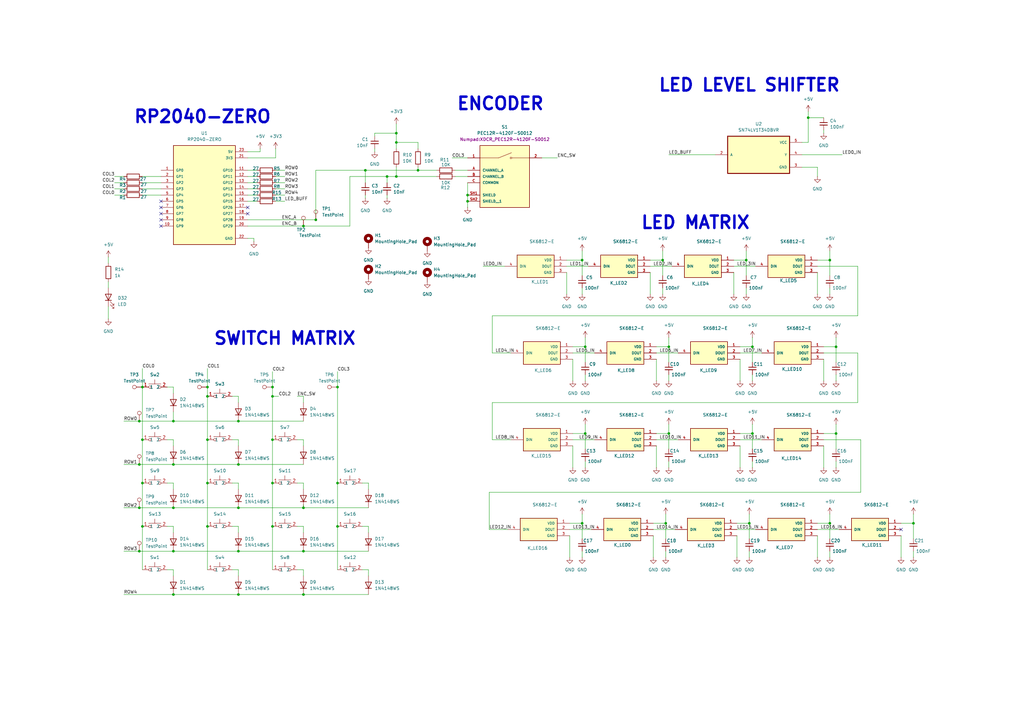
<source format=kicad_sch>
(kicad_sch (version 20250114) (generator "eeschema") (generator_version "9.0")
  (paper "A3")
  (title_block (title "Numpad2"))
  (lib_symbols
    (symbol "Connector:TestPoint" (pin_numbers (hide yes)) (pin_names (offset 0.762) (hide yes))
      (property "Reference" "TP" (at 0 6.858 0))
      (property "Value" "TestPoint" (at 0 5.08 0))
      (symbol "TestPoint_1_1"
        (pin passive line (at 0 0 90) (length 2.54) (name "1") (number "1"))
      )
    )
    (symbol "Device:C_Small" (pin_numbers (hide yes)) (pin_names (offset 0.254) (hide yes))
      (property "Reference" "C" (at 0.254 1.778 0))
      (property "Value" "C_Small" (at 0.254 -2.032 0))
      (symbol "C_Small_1_1"
        (pin passive line (at 0 2.54 270) (length 2.032) (name "~") (number "1"))
        (pin passive line (at 0 -2.54 90) (length 2.032) (name "~") (number "2"))
      )
    )
    (symbol "Device:LED" (pin_numbers (hide yes)) (pin_names (offset 1.016) (hide yes))
      (property "Reference" "D" (at 0 2.54 0))
      (property "Value" "LED" (at 0 -2.54 0))
      (symbol "LED_1_1"
        (pin passive line (at -3.81 0 0) (length 2.54) (name "K") (number "1"))
        (pin passive line (at 3.81 0 180) (length 2.54) (name "A") (number "2"))
      )
    )
    (symbol "Device:R" (pin_numbers (hide yes)) (pin_names (offset 0))
      (property "Reference" "R" (at 2.032 0 90))
      (property "Value" "R" (at 0 0 90))
      (symbol "R_1_1"
        (pin passive line (at 0 3.81 270) (length 1.27) (name "~") (number "1"))
        (pin passive line (at 0 -3.81 90) (length 1.27) (name "~") (number "2"))
      )
    )
    (symbol "Diode:1N4148WS" (pin_numbers (hide yes)) (pin_names (hide yes))
      (property "Reference" "D" (at 0 2.54 0))
      (property "Value" "1N4148WS" (at 0 -2.54 0))
      (symbol "1N4148WS_1_1"
        (pin passive line (at -3.81 0 0) (length 2.54) (name "K") (number "1"))
        (pin passive line (at 3.81 0 180) (length 2.54) (name "A") (number "2"))
      )
    )
    (symbol "Numpad2:MountingHole_Pad" (pin_numbers (hide yes)) (pin_names (offset 1.016) (hide yes)) (in_bom no)
      (property "Reference" "H2" (at 2.54 2.5401 0))
      (property "Value" "MountingHole_Pad" (at 2.54 0.0001 0))
      (symbol "MountingHole_Pad_1_1"
        (pin input line (at 0 -2.54 90) (length 2.54) (name "1") (number "1"))
      )
    )
    (symbol "Numpad2:PEC12R-4120F-S0012" (pin_names (offset 1.016))
      (property "Reference" "S" (at -10.16 10.795 0))
      (property "Value" "PEC12R-4120F-S0012" (at -10.16 -17.78 0))
      (property "Footprint" "PEC12R-4120F-S0012:XDCR_PEC12R-4120F-S0012" (at 0 0 0))
      (symbol "PEC12R-4120F-S0012_0_0"
        (pin passive line (at -15.24 5.08 0) (length 5.08) (name "~") (number "1"))
        (pin passive line (at -15.24 0 0) (length 5.08) (name "CHANNEL_A") (number "A"))
        (pin passive line (at -15.24 -2.54 0) (length 5.08) (name "CHANNEL_B") (number "B"))
        (pin passive line (at -15.24 -5.08 0) (length 5.08) (name "COMMON") (number "C"))
        (pin passive line (at -15.24 -10.16 0) (length 5.08) (name "SHIELD") (number "SH1"))
        (pin passive line (at -15.24 -12.7 0) (length 5.08) (name "SHIELD__1") (number "SH2"))
        (pin passive line (at 15.24 5.08 180) (length 5.08) (name "~") (number "2"))
      )
    )
    (symbol "Numpad2:RP2040-ZERO" (pin_names (offset 1.016))
      (property "Reference" "U" (at -12.7 21.082 0))
      (property "Value" "RP2040-ZERO" (at -12.7 -22.86 0))
      (property "Footprint" "Numpad:MODULE_RP2040-ZERO" (at 0 0 0))
      (symbol "RP2040-ZERO_0_0"
        (pin bidirectional line (at -17.78 10.16 0) (length 5.08) (name "GP0") (number "1"))
        (pin bidirectional line (at -17.78 7.62 0) (length 5.08) (name "GP1") (number "2"))
        (pin bidirectional line (at -17.78 5.08 0) (length 5.08) (name "GP2") (number "3"))
        (pin bidirectional line (at -17.78 2.54 0) (length 5.08) (name "GP3") (number "4"))
        (pin bidirectional line (at -17.78 0 0) (length 5.08) (name "GP4") (number "5"))
        (pin bidirectional line (at -17.78 -2.54 0) (length 5.08) (name "GP5") (number "6"))
        (pin bidirectional line (at -17.78 -5.08 0) (length 5.08) (name "GP6") (number "7"))
        (pin bidirectional line (at -17.78 -7.62 0) (length 5.08) (name "GP7") (number "8"))
        (pin bidirectional line (at -17.78 -10.16 0) (length 5.08) (name "GP8") (number "9"))
        (pin bidirectional line (at -17.78 -12.7 0) (length 5.08) (name "GP9") (number "10"))
        (pin power_in line (at 17.78 17.78 180) (length 5.08) (name "5V") (number "23"))
        (pin power_in line (at 17.78 15.24 180) (length 5.08) (name "3V3") (number "21"))
        (pin bidirectional line (at 17.78 10.16 180) (length 5.08) (name "GP10") (number "11"))
        (pin bidirectional line (at 17.78 7.62 180) (length 5.08) (name "GP11") (number "12"))
        (pin bidirectional line (at 17.78 5.08 180) (length 5.08) (name "GP12") (number "13"))
        (pin bidirectional line (at 17.78 2.54 180) (length 5.08) (name "GP13") (number "14"))
        (pin bidirectional line (at 17.78 0 180) (length 5.08) (name "GP14") (number "15"))
        (pin bidirectional line (at 17.78 -2.54 180) (length 5.08) (name "GP15") (number "16"))
        (pin bidirectional line (at 17.78 -5.08 180) (length 5.08) (name "GP26") (number "17"))
        (pin bidirectional line (at 17.78 -7.62 180) (length 5.08) (name "GP27") (number "18"))
        (pin bidirectional line (at 17.78 -10.16 180) (length 5.08) (name "GP28") (number "19"))
        (pin bidirectional line (at 17.78 -12.7 180) (length 5.08) (name "GP29") (number "20"))
        (pin power_in line (at 17.78 -17.78 180) (length 5.08) (name "GND") (number "22"))
      )
    )
    (symbol "Numpad2:SK6812-E" (pin_names (offset 1.016))
      (property "Reference" "D" (at -10.16 8.89 0))
      (property "Value" "SK6812-E" (at -10.16 -10.16 0))
      (symbol "SK6812-E_0_0"
        (pin input line (at -15.24 0 0) (length 5.08) (name "DIN") (number "4"))
        (pin power_in line (at 10.16 2.54 180) (length 5.08) (name "VDD") (number "1"))
        (pin output line (at 10.16 0 180) (length 5.08) (name "DOUT") (number "2"))
        (pin power_in line (at 10.16 -2.54 180) (length 5.08) (name "GND") (number "3"))
      )
    )
    (symbol "Numpad2:SN74LV1T34DBVR" (pin_names (offset 1.016))
      (property "Reference" "U" (at -12.7 8.62 0))
      (property "Value" "SN74LV1T34DBVR" (at -12.7 -11.62 0))
      (symbol "SN74LV1T34DBVR_0_0"
        (pin input line (at -17.78 0 0) (length 5.08) (name "A") (number "2"))
        (pin power_in line (at 17.78 5.08 180) (length 5.08) (name "VCC") (number "5"))
        (pin output line (at 17.78 0 180) (length 5.08) (name "Y") (number "4"))
        (pin power_in line (at 17.78 -5.08 180) (length 5.08) (name "GND") (number "3"))
      )
    )
    (symbol "Numpad2:hotswap_socket"
      (property "Reference" "Sw" (at 0.508 4.572 0))
      (symbol "hotswap_socket_0_1"
        (pin passive line (at -5.08 0 0) (length 2.54) (name "1") (number "1"))
        (pin passive line (at 5.08 0 180) (length 2.54) (name "2") (number "2"))
      )
    )
    (symbol "power:+3.3V" (power) (pin_numbers (hide yes)) (pin_names (offset 0) (hide yes))
      (property "Value" "+3.3V" (at 0 3.556 0))
      (symbol "+3.3V_1_1"
        (pin power_in line (at 0 0 90) (length 0) (name "~") (number "1"))
      )
    )
    (symbol "power:+3V3" (power) (pin_numbers (hide yes)) (pin_names (offset 0) (hide yes))
      (property "Value" "+3V3" (at 0 3.556 0))
      (symbol "+3V3_1_1"
        (pin power_in line (at 0 0 90) (length 0) (name "~") (number "1"))
      )
    )
    (symbol "power:+5V" (power) (pin_numbers (hide yes)) (pin_names (offset 0) (hide yes))
      (property "Value" "+5V" (at 0 3.556 0))
      (symbol "+5V_1_1"
        (pin power_in line (at 0 0 90) (length 0) (name "~") (number "1"))
      )
    )
    (symbol "power:GND" (power) (pin_numbers (hide yes)) (pin_names (offset 0) (hide yes))
      (property "Value" "GND" (at 0 -3.81 0))
      (symbol "GND_1_1"
        (pin power_in line (at 0 0 270) (length 0) (name "~") (number "1"))
      )
    )
  )
  (text "" (at 295.148 41.91 0) (effects (font (size 5.08 5.08) (thickness 1.016) (bold yes))))
  (text "LED MATRIX" (at 285.242 91.44 0) (effects (font (size 5.08 5.08) (thickness 1.016) (bold yes))))
  (text "ENCODER" (at 205.232 42.672 0) (effects (font (size 5.08 5.08) (thickness 1.016) (bold yes))))
  (text "SWITCH MATRIX" (at 116.84 138.938 0) (effects (font (size 5.08 5.08) (thickness 1.016) (bold yes))))
  (text "LED LEVEL SHIFTER" (at 307.34 35.052 0) (effects (font (size 5.08 5.08) (thickness 1.016) (bold yes))))
  (text "RP2040-ZERO\n" (at 83.058 48.006 0) (effects (font (size 5.08 5.08) (thickness 1.016) (bold yes))))
  (junction (at 57.15 226.06))
  (junction (at 138.43 158.75))
  (junction (at 240.03 177.8))
  (junction (at 85.09 180.34))
  (junction (at 97.79 190.5))
  (junction (at 308.61 177.8))
  (junction (at 191.77 82.55))
  (junction (at 111.76 162.56))
  (junction (at 58.42 180.34))
  (junction (at 58.42 198.12))
  (junction (at 162.56 72.39))
  (junction (at 111.76 215.9))
  (junction (at 57.15 190.5))
  (junction (at 85.09 162.56))
  (junction (at 124.46 92.71))
  (junction (at 57.15 208.28))
  (junction (at 240.03 142.24))
  (junction (at 138.43 198.12))
  (junction (at 124.46 208.28))
  (junction (at 85.09 215.9))
  (junction (at 342.9 142.24))
  (junction (at 85.09 158.75))
  (junction (at 124.46 226.06))
  (junction (at 138.43 215.9))
  (junction (at 342.9 177.8))
  (junction (at 238.76 214.63))
  (junction (at 340.36 106.68))
  (junction (at 57.15 172.72))
  (junction (at 97.79 208.28))
  (junction (at 58.42 158.75))
  (junction (at 307.34 214.63))
  (junction (at 273.05 214.63))
  (junction (at 111.76 158.75))
  (junction (at 85.09 198.12))
  (junction (at 340.36 214.63))
  (junction (at 171.45 69.85))
  (junction (at 71.12 243.84))
  (junction (at 162.56 54.61))
  (junction (at 274.32 177.8))
  (junction (at 149.86 69.85))
  (junction (at 374.65 214.63))
  (junction (at 191.77 80.01))
  (junction (at 331.47 48.26))
  (junction (at 124.46 243.84))
  (junction (at 71.12 208.28))
  (junction (at 71.12 172.72))
  (junction (at 58.42 215.9))
  (junction (at 162.56 58.42))
  (junction (at 308.61 142.24))
  (junction (at 97.79 226.06))
  (junction (at 271.78 106.68))
  (junction (at 71.12 190.5))
  (junction (at 97.79 243.84))
  (junction (at 111.76 198.12))
  (junction (at 111.76 180.34))
  (junction (at 71.12 226.06))
  (junction (at 129.54 90.17))
  (junction (at 158.75 72.39))
  (junction (at 274.32 142.24))
  (junction (at 238.76 106.68))
  (junction (at 306.07 106.68))
  (junction (at 97.79 172.72))
  (no_connect (at 101.6 85.09))
  (no_connect (at 369.57 217.17))
  (no_connect (at 66.04 87.63))
  (no_connect (at 66.04 82.55))
  (no_connect (at 66.04 90.17))
  (no_connect (at 101.6 87.63))
  (no_connect (at 66.04 92.71))
  (no_connect (at 66.04 85.09))
  (wire (pts (xy 68.58 180.34) (xy 71.12 180.34)))
  (wire (pts (xy 269.24 144.78) (xy 278.13 144.78)))
  (wire (pts (xy 162.56 72.39) (xy 179.07 72.39)))
  (wire (pts (xy 328.93 63.5) (xy 345.44 63.5)))
  (wire (pts (xy 171.45 69.85) (xy 179.07 69.85)))
  (wire (pts (xy 151.13 200.66) (xy 151.13 198.12)))
  (wire (pts (xy 58.42 74.93) (xy 66.04 74.93)))
  (wire (pts (xy 274.32 63.5) (xy 293.37 63.5)))
  (wire (pts (xy 274.32 173.99) (xy 274.32 177.8)))
  (wire (pts (xy 374.65 210.82) (xy 374.65 214.63)))
  (wire (pts (xy 101.6 82.55) (xy 105.41 82.55)))
  (wire (pts (xy 57.15 172.72) (xy 71.12 172.72)))
  (wire (pts (xy 106.68 60.96) (xy 106.68 62.23)))
  (wire (pts (xy 71.12 215.9) (xy 71.12 218.44)))
  (wire (pts (xy 58.42 72.39) (xy 66.04 72.39)))
  (wire (pts (xy 121.92 233.68) (xy 124.46 233.68)))
  (wire (pts (xy 274.32 177.8) (xy 274.32 184.15)))
  (wire (pts (xy 307.34 210.82) (xy 307.34 214.63)))
  (wire (pts (xy 151.13 208.28) (xy 124.46 208.28)))
  (wire (pts (xy 95.25 162.56) (xy 97.79 162.56)))
  (wire (pts (xy 232.41 109.22) (xy 241.3 109.22)))
  (wire (pts (xy 273.05 226.06) (xy 273.05 228.6)))
  (wire (pts (xy 44.45 115.57) (xy 44.45 118.11)))
  (wire (pts (xy 111.76 158.75) (xy 111.76 162.56)))
  (wire (pts (xy 50.8 226.06) (xy 57.15 226.06)))
  (wire (pts (xy 342.9 138.43) (xy 342.9 142.24)))
  (wire (pts (xy 171.45 60.96) (xy 171.45 58.42)))
  (wire (pts (xy 148.59 198.12) (xy 151.13 198.12)))
  (wire (pts (xy 191.77 64.77) (xy 185.42 64.77)))
  (wire (pts (xy 369.57 214.63) (xy 374.65 214.63)))
  (wire (pts (xy 111.76 215.9) (xy 111.76 233.68)))
  (wire (pts (xy 58.42 77.47) (xy 66.04 77.47)))
  (wire (pts (xy 143.51 72.39) (xy 158.75 72.39)))
  (wire (pts (xy 233.68 214.63) (xy 238.76 214.63)))
  (wire (pts (xy 44.45 105.41) (xy 44.45 107.95)))
  (wire (pts (xy 124.46 243.84) (xy 151.13 243.84)))
  (wire (pts (xy 113.03 77.47) (xy 116.84 77.47)))
  (wire (pts (xy 337.82 144.78) (xy 351.79 144.78)))
  (wire (pts (xy 162.56 68.58) (xy 162.56 72.39)))
  (wire (pts (xy 143.51 72.39) (xy 143.51 92.71)))
  (wire (pts (xy 271.78 106.68) (xy 271.78 113.03)))
  (wire (pts (xy 138.43 198.12) (xy 138.43 215.9)))
  (wire (pts (xy 307.34 226.06) (xy 307.34 228.6)))
  (wire (pts (xy 269.24 177.8) (xy 274.32 177.8)))
  (wire (pts (xy 113.03 82.55) (xy 116.84 82.55)))
  (wire (pts (xy 271.78 118.11) (xy 271.78 120.65)))
  (wire (pts (xy 124.46 226.06) (xy 151.13 226.06)))
  (wire (pts (xy 300.99 109.22) (xy 309.88 109.22)))
  (wire (pts (xy 85.09 198.12) (xy 85.09 215.9)))
  (wire (pts (xy 232.41 111.76) (xy 232.41 120.65)))
  (wire (pts (xy 58.42 158.75) (xy 58.42 180.34)))
  (wire (pts (xy 101.6 69.85) (xy 105.41 69.85)))
  (wire (pts (xy 201.93 129.54) (xy 201.93 144.78)))
  (wire (pts (xy 335.28 109.22) (xy 351.79 109.22)))
  (wire (pts (xy 71.12 233.68) (xy 71.12 236.22)))
  (wire (pts (xy 340.36 226.06) (xy 340.36 228.6)))
  (wire (pts (xy 337.82 147.32) (xy 337.82 156.21)))
  (wire (pts (xy 274.32 138.43) (xy 274.32 142.24)))
  (wire (pts (xy 151.13 215.9) (xy 151.13 218.44)))
  (wire (pts (xy 240.03 138.43) (xy 240.03 142.24)))
  (wire (pts (xy 303.53 180.34) (xy 312.42 180.34)))
  (wire (pts (xy 162.56 50.8) (xy 162.56 54.61)))
  (wire (pts (xy 85.09 180.34) (xy 85.09 198.12)))
  (wire (pts (xy 85.09 158.75) (xy 85.09 162.56)))
  (wire (pts (xy 71.12 158.75) (xy 71.12 161.29)))
  (wire (pts (xy 113.03 74.93) (xy 116.84 74.93)))
  (wire (pts (xy 307.34 214.63) (xy 307.34 220.98)))
  (wire (pts (xy 351.79 129.54) (xy 201.93 129.54)))
  (wire (pts (xy 232.41 106.68) (xy 238.76 106.68)))
  (wire (pts (xy 149.86 69.85) (xy 149.86 74.93)))
  (wire (pts (xy 153.67 54.61) (xy 162.56 54.61)))
  (wire (pts (xy 337.82 142.24) (xy 342.9 142.24)))
  (wire (pts (xy 306.07 102.87) (xy 306.07 106.68)))
  (wire (pts (xy 158.75 80.01) (xy 158.75 81.28)))
  (wire (pts (xy 335.28 217.17) (xy 344.17 217.17)))
  (wire (pts (xy 95.25 198.12) (xy 97.79 198.12)))
  (wire (pts (xy 269.24 147.32) (xy 269.24 156.21)))
  (wire (pts (xy 50.8 77.47) (xy 46.99 77.47)))
  (wire (pts (xy 186.69 69.85) (xy 191.77 69.85)))
  (wire (pts (xy 186.69 72.39) (xy 191.77 72.39)))
  (wire (pts (xy 50.8 72.39) (xy 46.99 72.39)))
  (wire (pts (xy 71.12 198.12) (xy 71.12 200.66)))
  (wire (pts (xy 58.42 198.12) (xy 58.42 215.9)))
  (wire (pts (xy 97.79 243.84) (xy 124.46 243.84)))
  (wire (pts (xy 101.6 72.39) (xy 105.41 72.39)))
  (wire (pts (xy 97.79 233.68) (xy 95.25 233.68)))
  (wire (pts (xy 335.28 68.58) (xy 335.28 72.39)))
  (wire (pts (xy 337.82 182.88) (xy 337.82 191.77)))
  (wire (pts (xy 328.93 58.42) (xy 331.47 58.42)))
  (wire (pts (xy 95.25 215.9) (xy 97.79 215.9)))
  (wire (pts (xy 97.79 236.22) (xy 97.79 233.68)))
  (wire (pts (xy 71.12 180.34) (xy 71.12 182.88)))
  (wire (pts (xy 149.86 69.85) (xy 171.45 69.85)))
  (wire (pts (xy 238.76 214.63) (xy 238.76 220.98)))
  (wire (pts (xy 97.79 198.12) (xy 97.79 200.66)))
  (wire (pts (xy 121.92 198.12) (xy 124.46 198.12)))
  (wire (pts (xy 269.24 180.34) (xy 278.13 180.34)))
  (wire (pts (xy 269.24 182.88) (xy 269.24 191.77)))
  (wire (pts (xy 71.12 168.91) (xy 71.12 172.72)))
  (wire (pts (xy 233.68 219.71) (xy 233.68 228.6)))
  (wire (pts (xy 335.28 219.71) (xy 335.28 228.6)))
  (wire (pts (xy 71.12 243.84) (xy 50.8 243.84)))
  (wire (pts (xy 149.86 80.01) (xy 149.86 81.28)))
  (wire (pts (xy 85.09 215.9) (xy 85.09 233.68)))
  (wire (pts (xy 58.42 80.01) (xy 66.04 80.01)))
  (wire (pts (xy 68.58 198.12) (xy 71.12 198.12)))
  (wire (pts (xy 158.75 72.39) (xy 158.75 74.93)))
  (wire (pts (xy 342.9 153.67) (xy 342.9 156.21)))
  (wire (pts (xy 162.56 54.61) (xy 162.56 58.42)))
  (wire (pts (xy 148.59 215.9) (xy 151.13 215.9)))
  (wire (pts (xy 234.95 177.8) (xy 240.03 177.8)))
  (wire (pts (xy 238.76 226.06) (xy 238.76 228.6)))
  (wire (pts (xy 308.61 173.99) (xy 308.61 177.8)))
  (wire (pts (xy 71.12 172.72) (xy 97.79 172.72)))
  (wire (pts (xy 57.15 172.72) (xy 50.8 172.72)))
  (wire (pts (xy 101.6 80.01) (xy 105.41 80.01)))
  (wire (pts (xy 95.25 180.34) (xy 97.79 180.34)))
  (wire (pts (xy 340.36 106.68) (xy 340.36 113.03)))
  (wire (pts (xy 50.8 190.5) (xy 57.15 190.5)))
  (wire (pts (xy 240.03 189.23) (xy 240.03 191.77)))
  (wire (pts (xy 269.24 142.24) (xy 274.32 142.24)))
  (wire (pts (xy 111.76 162.56) (xy 114.3 162.56)))
  (wire (pts (xy 335.28 111.76) (xy 335.28 120.65)))
  (wire (pts (xy 71.12 208.28) (xy 97.79 208.28)))
  (wire (pts (xy 97.79 190.5) (xy 124.46 190.5)))
  (wire (pts (xy 274.32 153.67) (xy 274.32 156.21)))
  (wire (pts (xy 85.09 151.13) (xy 85.09 158.75)))
  (wire (pts (xy 171.45 68.58) (xy 171.45 69.85)))
  (wire (pts (xy 303.53 182.88) (xy 303.53 191.77)))
  (wire (pts (xy 138.43 158.75) (xy 138.43 198.12)))
  (wire (pts (xy 300.99 111.76) (xy 300.99 120.65)))
  (wire (pts (xy 153.67 55.88) (xy 153.67 54.61)))
  (wire (pts (xy 331.47 48.26) (xy 337.82 48.26)))
  (wire (pts (xy 240.03 153.67) (xy 240.03 156.21)))
  (wire (pts (xy 124.46 162.56) (xy 124.46 165.1)))
  (wire (pts (xy 124.46 198.12) (xy 124.46 200.66)))
  (wire (pts (xy 198.12 109.22) (xy 207.01 109.22)))
  (wire (pts (xy 271.78 102.87) (xy 271.78 106.68)))
  (wire (pts (xy 303.53 144.78) (xy 312.42 144.78)))
  (wire (pts (xy 337.82 53.34) (xy 337.82 54.61)))
  (wire (pts (xy 274.32 142.24) (xy 274.32 148.59)))
  (wire (pts (xy 308.61 153.67) (xy 308.61 156.21)))
  (wire (pts (xy 68.58 158.75) (xy 71.12 158.75)))
  (wire (pts (xy 302.26 217.17) (xy 309.88 217.17)))
  (wire (pts (xy 124.46 215.9) (xy 124.46 218.44)))
  (wire (pts (xy 238.76 106.68) (xy 238.76 113.03)))
  (wire (pts (xy 97.79 208.28) (xy 124.46 208.28)))
  (wire (pts (xy 233.68 217.17) (xy 242.57 217.17)))
  (wire (pts (xy 124.46 207.01) (xy 124.46 208.28)))
  (wire (pts (xy 303.53 147.32) (xy 303.53 156.21)))
  (wire (pts (xy 124.46 180.34) (xy 124.46 182.88)))
  (wire (pts (xy 302.26 214.63) (xy 307.34 214.63)))
  (wire (pts (xy 351.79 165.1) (xy 201.93 165.1)))
  (wire (pts (xy 101.6 90.17) (xy 129.54 90.17)))
  (wire (pts (xy 162.56 72.39) (xy 158.75 72.39)))
  (wire (pts (xy 238.76 118.11) (xy 238.76 120.65)))
  (wire (pts (xy 302.26 219.71) (xy 302.26 228.6)))
  (wire (pts (xy 273.05 210.82) (xy 273.05 214.63)))
  (wire (pts (xy 57.15 226.06) (xy 71.12 226.06)))
  (wire (pts (xy 351.79 144.78) (xy 351.79 165.1)))
  (wire (pts (xy 335.28 214.63) (xy 340.36 214.63)))
  (wire (pts (xy 101.6 92.71) (xy 124.46 92.71)))
  (wire (pts (xy 308.61 177.8) (xy 308.61 184.15)))
  (wire (pts (xy 266.7 106.68) (xy 271.78 106.68)))
  (wire (pts (xy 308.61 138.43) (xy 308.61 142.24)))
  (wire (pts (xy 306.07 106.68) (xy 306.07 113.03)))
  (wire (pts (xy 340.36 118.11) (xy 340.36 120.65)))
  (wire (pts (xy 138.43 215.9) (xy 138.43 233.68)))
  (wire (pts (xy 374.65 226.06) (xy 374.65 228.6)))
  (wire (pts (xy 342.9 177.8) (xy 342.9 184.15)))
  (wire (pts (xy 113.03 80.01) (xy 116.84 80.01)))
  (wire (pts (xy 101.6 74.93) (xy 105.41 74.93)))
  (wire (pts (xy 267.97 217.17) (xy 276.86 217.17)))
  (wire (pts (xy 240.03 177.8) (xy 240.03 184.15)))
  (wire (pts (xy 121.92 180.34) (xy 124.46 180.34)))
  (wire (pts (xy 200.66 217.17) (xy 208.28 217.17)))
  (wire (pts (xy 266.7 109.22) (xy 275.59 109.22)))
  (wire (pts (xy 331.47 58.42) (xy 331.47 48.26)))
  (wire (pts (xy 44.45 125.73) (xy 44.45 130.81)))
  (wire (pts (xy 342.9 189.23) (xy 342.9 191.77)))
  (wire (pts (xy 101.6 77.47) (xy 105.41 77.47)))
  (wire (pts (xy 111.76 198.12) (xy 111.76 215.9)))
  (wire (pts (xy 201.93 165.1) (xy 201.93 180.34)))
  (wire (pts (xy 234.95 142.24) (xy 240.03 142.24)))
  (wire (pts (xy 308.61 189.23) (xy 308.61 191.77)))
  (wire (pts (xy 111.76 152.4) (xy 111.76 158.75)))
  (wire (pts (xy 374.65 214.63) (xy 374.65 220.98)))
  (wire (pts (xy 340.36 210.82) (xy 340.36 214.63)))
  (wire (pts (xy 267.97 214.63) (xy 273.05 214.63)))
  (wire (pts (xy 121.92 215.9) (xy 124.46 215.9)))
  (wire (pts (xy 222.25 64.77) (xy 228.6 64.77)))
  (wire (pts (xy 151.13 233.68) (xy 151.13 236.22)))
  (wire (pts (xy 240.03 142.24) (xy 240.03 148.59)))
  (wire (pts (xy 113.03 64.77) (xy 101.6 64.77)))
  (wire (pts (xy 85.09 162.56) (xy 85.09 180.34)))
  (wire (pts (xy 71.12 243.84) (xy 97.79 243.84)))
  (wire (pts (xy 200.66 201.93) (xy 200.66 217.17)))
  (wire (pts (xy 143.51 92.71) (xy 124.46 92.71)))
  (wire (pts (xy 234.95 180.34) (xy 243.84 180.34)))
  (wire (pts (xy 238.76 102.87) (xy 238.76 106.68)))
  (wire (pts (xy 58.42 180.34) (xy 58.42 198.12)))
  (wire (pts (xy 153.67 60.96) (xy 153.67 62.23)))
  (wire (pts (xy 369.57 219.71) (xy 369.57 228.6)))
  (wire (pts (xy 111.76 162.56) (xy 111.76 180.34)))
  (wire (pts (xy 71.12 190.5) (xy 97.79 190.5)))
  (wire (pts (xy 238.76 210.82) (xy 238.76 214.63)))
  (wire (pts (xy 113.03 69.85) (xy 116.84 69.85)))
  (wire (pts (xy 342.9 142.24) (xy 342.9 148.59)))
  (wire (pts (xy 148.59 233.68) (xy 151.13 233.68)))
  (wire (pts (xy 300.99 106.68) (xy 306.07 106.68)))
  (wire (pts (xy 306.07 118.11) (xy 306.07 120.65)))
  (wire (pts (xy 240.03 173.99) (xy 240.03 177.8)))
  (wire (pts (xy 191.77 80.01) (xy 191.77 82.55)))
  (wire (pts (xy 106.68 62.23) (xy 101.6 62.23)))
  (wire (pts (xy 50.8 74.93) (xy 46.99 74.93)))
  (wire (pts (xy 303.53 177.8) (xy 308.61 177.8)))
  (wire (pts (xy 328.93 68.58) (xy 335.28 68.58)))
  (wire (pts (xy 191.77 85.09) (xy 191.77 82.55)))
  (wire (pts (xy 97.79 215.9) (xy 97.79 218.44)))
  (wire (pts (xy 97.79 180.34) (xy 97.79 182.88)))
  (wire (pts (xy 104.14 99.06) (xy 104.14 97.79)))
  (wire (pts (xy 201.93 180.34) (xy 209.55 180.34)))
  (wire (pts (xy 234.95 147.32) (xy 234.95 156.21)))
  (wire (pts (xy 129.54 69.85) (xy 149.86 69.85)))
  (wire (pts (xy 97.79 172.72) (xy 124.46 172.72)))
  (wire (pts (xy 97.79 162.56) (xy 97.79 165.1)))
  (wire (pts (xy 111.76 180.34) (xy 111.76 198.12)))
  (wire (pts (xy 337.82 177.8) (xy 342.9 177.8)))
  (wire (pts (xy 353.06 180.34) (xy 353.06 201.93)))
  (wire (pts (xy 351.79 109.22) (xy 351.79 129.54)))
  (wire (pts (xy 340.36 214.63) (xy 340.36 220.98)))
  (wire (pts (xy 129.54 69.85) (xy 129.54 90.17)))
  (wire (pts (xy 191.77 74.93) (xy 191.77 80.01)))
  (wire (pts (xy 267.97 219.71) (xy 267.97 228.6)))
  (wire (pts (xy 162.56 58.42) (xy 162.56 60.96)))
  (wire (pts (xy 50.8 208.28) (xy 57.15 208.28)))
  (wire (pts (xy 58.42 151.13) (xy 58.42 158.75)))
  (wire (pts (xy 342.9 173.99) (xy 342.9 177.8)))
  (wire (pts (xy 337.82 180.34) (xy 353.06 180.34)))
  (wire (pts (xy 303.53 142.24) (xy 308.61 142.24)))
  (wire (pts (xy 335.28 106.68) (xy 340.36 106.68)))
  (wire (pts (xy 57.15 208.28) (xy 71.12 208.28)))
  (wire (pts (xy 234.95 144.78) (xy 243.84 144.78)))
  (wire (pts (xy 234.95 182.88) (xy 234.95 191.77)))
  (wire (pts (xy 58.42 215.9) (xy 58.42 233.68)))
  (wire (pts (xy 340.36 102.87) (xy 340.36 106.68)))
  (wire (pts (xy 353.06 201.93) (xy 200.66 201.93)))
  (wire (pts (xy 97.79 226.06) (xy 124.46 226.06)))
  (wire (pts (xy 274.32 189.23) (xy 274.32 191.77)))
  (wire (pts (xy 57.15 190.5) (xy 71.12 190.5)))
  (wire (pts (xy 68.58 233.68) (xy 71.12 233.68)))
  (wire (pts (xy 121.92 162.56) (xy 124.46 162.56)))
  (wire (pts (xy 138.43 152.4) (xy 138.43 158.75)))
  (wire (pts (xy 162.56 58.42) (xy 171.45 58.42)))
  (wire (pts (xy 124.46 236.22) (xy 124.46 233.68)))
  (wire (pts (xy 50.8 80.01) (xy 46.99 80.01)))
  (wire (pts (xy 201.93 144.78) (xy 209.55 144.78)))
  (wire (pts (xy 113.03 72.39) (xy 116.84 72.39)))
  (wire (pts (xy 308.61 142.24) (xy 308.61 148.59)))
  (wire (pts (xy 71.12 226.06) (xy 97.79 226.06)))
  (wire (pts (xy 113.03 60.96) (xy 113.03 64.77)))
  (wire (pts (xy 266.7 111.76) (xy 266.7 120.65)))
  (wire (pts (xy 331.47 48.26) (xy 331.47 45.72)))
  (wire (pts (xy 68.58 215.9) (xy 71.12 215.9)))
  (wire (pts (xy 273.05 214.63) (xy 273.05 220.98)))
  (wire (pts (xy 104.14 97.79) (xy 101.6 97.79)))
  (label "ENC_SW" (at 228.6 64.77 0))
  (label "ROW4" (at 50.8 243.84 0))
  (label "LED7_IN" (at 304.8 144.78 0))
  (label "LED4_IN" (at 203.2 144.78 0))
  (label "LED6_IN" (at 270.51 144.78 0))
  (label "LED5_IN" (at 236.22 144.78 0))
  (label "LED0_IN" (at 345.44 63.5 0))
  (label "LED_3IN" (at 302.26 109.22 0))
  (label "LED1_IN" (at 233.68 109.22 0))
  (label "LED2_IN" (at 267.97 109.22 0))
  (label "ROW0" (at 50.8 172.72 0))
  (label "ROW1" (at 50.8 190.5 0))
  (label "ROW2" (at 50.8 208.28 0))
  (label "ROW3" (at 50.8 226.06 0))
  (label "ROW0" (at 116.84 69.85 0))
  (label "ROW1" (at 116.84 72.39 0))
  (label "ROW2" (at 116.84 74.93 0))
  (label "ROW3" (at 116.84 77.47 0))
  (label "ENC_A" (at 115.57 90.17 0))
  (label "ENC_B" (at 115.57 92.71 0))
  (label "COL1" (at 46.99 77.47 180))
  (label "COL2" (at 46.99 74.93 180))
  (label "COL3" (at 46.99 72.39 180))
  (label "COL0" (at 46.99 80.01 180))
  (label "LED16_IN" (at 336.55 217.17 0))
  (label "COL0" (at 58.42 151.13 0))
  (label "COL1" (at 85.09 151.13 0))
  (label "COL2" (at 111.76 152.4 0))
  (label "COL3" (at 138.43 152.4 0))
  (label "ENC_SW" (at 121.92 162.56 0))
  (label "LED_BUFF" (at 116.84 82.55 0))
  (label "ROW4" (at 116.84 80.01 0))
  (label "COL2" (at 114.3 162.56 0))
  (label "LED0_IN" (at 198.12 109.22 0))
  (label "LED15_IN" (at 302.26 217.17 0))
  (label "COL3" (at 185.42 64.77 0))
  (label "LED10_IN" (at 270.51 180.34 0))
  (label "LED11_IN" (at 304.8 180.34 0))
  (label "LED8_IN" (at 203.2 180.34 0))
  (label "LED12_IN" (at 200.66 217.17 0))
  (label "LED9_IN" (at 237.49 180.34 0))
  (label "LED13_IN" (at 234.95 217.17 0))
  (label "LED14_IN" (at 269.24 217.17 0))
  (label "LED_BUFF" (at 274.32 63.5 0))
  (symbol (lib_id "Diode:1N4148WS") (at 71.12 240.03 90) (unit 1)
    (property "Reference" "D1" (at 73.66 238.7599 90) (effects (justify right)))
    (property "Value" "1N4148WS" (at 73.66 241.2999 90) (effects (justify right)))
    (property "Footprint" "Numpad:D_SOD-323" (effects (hide yes)))
    (property "Datasheet" "https://www.vishay.com/docs/85751/1n4148ws.pdf" (effects (hide yes)))
    (property "Description" "75V 0.15A Fast switching Diode, SOD-323" (effects (hide yes)))
    (property "Sim.Device" "D" (effects (hide yes)))
    (property "Sim.Pins" "1=K 2=A" (effects (hide yes)))
  )
  (symbol (lib_id "Numpad2:SK6812-E") (at 292.1 217.17 0) (unit 1)
    (property "Reference" "K_LED3" (at 289.56 223.774 0))
    (property "Value" "SK6812-E" (at 292.1 207.01 0))
    (property "Footprint" "Numpad:LED_SK6812-E" (effects (hide yes)))
    (property "Datasheet" "https://cdn-shop.adafruit.com/product-files/4960/4960_SK6812MINI-E_REV02_EN.pdf" (effects (hide yes)))
    (property "MF" "DONGGUANG OPSCO OPTOELECTRONICS CO., LTD" (effects (hide yes)))
    (property "MAXIMUM_PACKAGE_HEIGHT" "0.84mm" (effects (hide yes)))
    (property "Package" "Package" (effects (hide yes)))
    (property "Price" "None" (effects (hide yes)))
    (property "Check_prices" "https://www.snapeda.com/parts/SK6812-E/DONGGUANG+OPSCO+OPTOELECTRONICS+CO.%252C+LTD/view-part/?ref=eda" (effects (hide yes)))
    (property "STANDARD" "Manufacturer recommendations" (effects (hide yes)))
    (property "PARTREV" "2" (effects (hide yes)))
    (property "SnapEDA_Link" "https://www.snapeda.com/parts/SK6812-E/DONGGUANG+OPSCO+OPTOELECTRONICS+CO.%252C+LTD/view-part/?ref=snap" (effects (hide yes)))
    (property "MP" "SK6812-E" (effects (hide yes)))
    (property "Description_1" "SK6812MINI-E is a smart LED control circuit and light emitting circuit in one controlled LED source, which has the shape of a 3528  LED chip." (effects (hide yes)))
    (property "Availability" "Not in stock" (effects (hide yes)))
    (property "MANUFACTURER" "DONGGUANG OPSCO" (effects (hide yes)))
  )
  (symbol (lib_id "Device:R") (at 54.61 72.39 270) (unit 1)
    (property "Reference" "R4" (at 50.292 73.406 90))
    (property "Value" "27" (at 58.674 73.406 90))
    (property "Footprint" "Resistor_SMD:R_0402_1005Metric_Pad0.72x0.64mm_HandSolder" (effects (hide yes)))
    (property "Description" "Resistor" (effects (hide yes)))
  )
  (symbol (lib_id "power:+3V3") (at 374.65 210.82 0) (unit 1)
    (property "Reference" "#PWR060" (effects (hide yes)))
    (property "Value" "+5V" (at 374.65 205.74 0))
    (property "Description" "Power symbol creates a global label with name \"+3V3\"" (effects (hide yes)))
  )
  (symbol (lib_id "power:+3V3") (at 238.76 102.87 0) (unit 1)
    (property "Reference" "#PWR013" (effects (hide yes)))
    (property "Value" "+5V" (at 238.76 97.79 0))
    (property "Description" "Power symbol creates a global label with name \"+3V3\"" (effects (hide yes)))
  )
  (symbol (lib_id "Diode:1N4148WS") (at 97.79 168.91 90) (unit 1)
    (property "Reference" "D3" (at 100.33 167.6399 90) (effects (justify right)))
    (property "Value" "1N4148WS" (at 100.33 170.1799 90) (effects (justify right)))
    (property "Footprint" "Numpad:D_SOD-323" (effects (hide yes)))
    (property "Datasheet" "https://www.vishay.com/docs/85751/1n4148ws.pdf" (effects (hide yes)))
    (property "Description" "75V 0.15A Fast switching Diode, SOD-323" (effects (hide yes)))
    (property "Sim.Device" "D" (effects (hide yes)))
    (property "Sim.Pins" "1=K 2=A" (effects (hide yes)))
  )
  (symbol (lib_id "power:GND") (at 44.45 130.81 0) (unit 1)
    (property "Reference" "#PWR058" (effects (hide yes)))
    (property "Value" "GND" (at 44.45 135.89 0))
    (property "Description" "Power symbol creates a global label with name \"GND\" , ground" (effects (hide yes)))
  )
  (symbol (lib_id "Diode:1N4148WS") (at 71.12 186.69 90) (unit 1)
    (property "Reference" "D6" (at 73.66 185.4199 90) (effects (justify right)))
    (property "Value" "1N4148WS" (at 73.66 187.9599 90) (effects (justify right)))
    (property "Footprint" "Numpad:D_SOD-323" (effects (hide yes)))
    (property "Datasheet" "https://www.vishay.com/docs/85751/1n4148ws.pdf" (effects (hide yes)))
    (property "Description" "75V 0.15A Fast switching Diode, SOD-323" (effects (hide yes)))
    (property "Sim.Device" "D" (effects (hide yes)))
    (property "Sim.Pins" "1=K 2=A" (effects (hide yes)))
  )
  (symbol (lib_id "power:GND") (at 233.68 228.6 0) (unit 1)
    (property "Reference" "#PWR048" (effects (hide yes)))
    (property "Value" "GND" (at 233.68 233.68 0))
    (property "Description" "Power symbol creates a global label with name \"GND\" , ground" (effects (hide yes)))
  )
  (symbol (lib_id "Device:C_Small") (at 153.67 58.42 0) (unit 1)
    (property "Reference" "C1" (at 151.13 57.1562 0) (effects (justify right)))
    (property "Value" "10nF" (at 151.13 59.6962 0) (effects (justify right)))
    (property "Footprint" "Capacitor_SMD:C_0402_1005Metric_Pad0.74x0.62mm_HandSolder" (effects (hide yes)))
    (property "Description" "Unpolarized capacitor, small symbol" (effects (hide yes)))
  )
  (symbol (lib_id "Numpad2:SK6812-E") (at 223.52 217.17 0) (unit 1)
    (property "Reference" "K_LED16" (at 220.472 224.79 0))
    (property "Value" "SK6812-E" (at 223.52 207.01 0))
    (property "Footprint" "Numpad:LED_SK6812-E" (effects (hide yes)))
    (property "Datasheet" "https://cdn-shop.adafruit.com/product-files/4960/4960_SK6812MINI-E_REV02_EN.pdf" (effects (hide yes)))
    (property "MF" "DONGGUANG OPSCO OPTOELECTRONICS CO., LTD" (effects (hide yes)))
    (property "MAXIMUM_PACKAGE_HEIGHT" "0.84mm" (effects (hide yes)))
    (property "Package" "Package" (effects (hide yes)))
    (property "Price" "None" (effects (hide yes)))
    (property "Check_prices" "https://www.snapeda.com/parts/SK6812-E/DONGGUANG+OPSCO+OPTOELECTRONICS+CO.%252C+LTD/view-part/?ref=eda" (effects (hide yes)))
    (property "STANDARD" "Manufacturer recommendations" (effects (hide yes)))
    (property "PARTREV" "2" (effects (hide yes)))
    (property "SnapEDA_Link" "https://www.snapeda.com/parts/SK6812-E/DONGGUANG+OPSCO+OPTOELECTRONICS+CO.%252C+LTD/view-part/?ref=snap" (effects (hide yes)))
    (property "MP" "SK6812-E" (effects (hide yes)))
    (property "Description_1" "SK6812MINI-E is a smart LED control circuit and light emitting circuit in one controlled LED source, which has the shape of a 3528  LED chip." (effects (hide yes)))
    (property "Availability" "Not in stock" (effects (hide yes)))
    (property "MANUFACTURER" "DONGGUANG OPSCO" (effects (hide yes)))
  )
  (symbol (lib_id "Numpad2:SN74LV1T34DBVR") (at 311.15 63.5 0) (unit 1)
    (property "Reference" "U2" (at 311.15 50.8 0))
    (property "Value" "SN74LV1T34DBVR" (at 311.15 53.34 0))
    (property "Footprint" "Numpad:SOT95P280X145-5N" (effects (hide yes)))
    (property "Datasheet" "https://www.ti.com/general/docs/suppproductinfo.tsp?distId=10&gotoUrl=https%3A%2F%2Fwww.ti.com%2Flit%2Fgpn%2Fsn74lv1t34" (effects (hide yes)))
  )
  (symbol (lib_id "Numpad2:SK6812-E") (at 256.54 109.22 0) (unit 1)
    (property "Reference" "K_LED2" (at 253.746 116.078 0))
    (property "Value" "SK6812-E" (at 256.54 99.06 0))
    (property "Footprint" "Numpad:LED_SK6812-E" (effects (hide yes)))
    (property "Datasheet" "https://cdn-shop.adafruit.com/product-files/4960/4960_SK6812MINI-E_REV02_EN.pdf" (effects (hide yes)))
    (property "MF" "DONGGUANG OPSCO OPTOELECTRONICS CO., LTD" (effects (hide yes)))
    (property "MAXIMUM_PACKAGE_HEIGHT" "0.84mm" (effects (hide yes)))
    (property "Package" "Package" (effects (hide yes)))
    (property "Price" "None" (effects (hide yes)))
    (property "Check_prices" "https://www.snapeda.com/parts/SK6812-E/DONGGUANG+OPSCO+OPTOELECTRONICS+CO.%252C+LTD/view-part/?ref=eda" (effects (hide yes)))
    (property "STANDARD" "Manufacturer recommendations" (effects (hide yes)))
    (property "PARTREV" "2" (effects (hide yes)))
    (property "SnapEDA_Link" "https://www.snapeda.com/parts/SK6812-E/DONGGUANG+OPSCO+OPTOELECTRONICS+CO.%252C+LTD/view-part/?ref=snap" (effects (hide yes)))
    (property "MP" "SK6812-E" (effects (hide yes)))
    (property "Description_1" "SK6812MINI-E is a smart LED control circuit and light emitting circuit in one controlled LED source, which has the shape of a 3528  LED chip." (effects (hide yes)))
    (property "Availability" "Not in stock" (effects (hide yes)))
    (property "MANUFACTURER" "DONGGUANG OPSCO" (effects (hide yes)))
  )
  (symbol (lib_id "power:+3V3") (at 306.07 102.87 0) (unit 1)
    (property "Reference" "#PWR019" (effects (hide yes)))
    (property "Value" "+5V" (at 306.07 97.79 0))
    (property "Description" "Power symbol creates a global label with name \"+3V3\"" (effects (hide yes)))
  )
  (symbol (lib_id "power:GND") (at 151.13 101.6 0) (unit 1)
    (property "Reference" "#PWR065" (effects (hide yes)))
    (property "Value" "GND" (at 151.13 106.68 0))
    (property "Description" "Power symbol creates a global label with name \"GND\" , ground" (effects (hide yes)))
  )
  (symbol (lib_id "Numpad2:hotswap_socket") (at 63.5 198.12 0) (unit 1)
    (property "Reference" "Sw9" (at 63.5 193.04 0))
    (property "Footprint" "PCM_Switch_Keyboard_Hotswap_Kailh:SW_Hotswap_Kailh_MX" (effects (hide yes)))
  )
  (symbol (lib_id "power:GND") (at 175.26 115.57 0) (unit 1)
    (property "Reference" "#PWR068" (effects (hide yes)))
    (property "Value" "GND" (at 175.26 120.65 0))
    (property "Description" "Power symbol creates a global label with name \"GND\" , ground" (effects (hide yes)))
  )
  (symbol (lib_id "Device:C_Small") (at 308.61 186.69 0) (unit 1)
    (property "Reference" "C15" (at 312.928 184.912 0) (effects (justify right)))
    (property "Value" "100nF" (at 315.722 189.23 0) (effects (justify right)))
    (property "Footprint" "Capacitor_SMD:C_0402_1005Metric_Pad0.74x0.62mm_HandSolder" (effects (hide yes)))
    (property "Description" "Unpolarized capacitor, small symbol" (effects (hide yes)))
  )
  (symbol (lib_id "Numpad2:hotswap_socket") (at 90.17 162.56 0) (unit 1)
    (property "Reference" "Sw3" (at 90.17 157.48 0))
    (property "Footprint" "PCM_Switch_Keyboard_Hotswap_Kailh:SW_Hotswap_Kailh_MX" (effects (hide yes)))
  )
  (symbol (lib_id "power:+3V3") (at 274.32 173.99 0) (unit 1)
    (property "Reference" "#PWR040" (effects (hide yes)))
    (property "Value" "+5V" (at 274.32 168.91 0))
    (property "Description" "Power symbol creates a global label with name \"+3V3\"" (effects (hide yes)))
  )
  (symbol (lib_id "power:GND") (at 271.78 120.65 0) (unit 1)
    (property "Reference" "#PWR017" (effects (hide yes)))
    (property "Value" "GND" (at 271.78 125.73 0))
    (property "Description" "Power symbol creates a global label with name \"GND\" , ground" (effects (hide yes)))
  )
  (symbol (lib_id "power:+3V3") (at 274.32 138.43 0) (unit 1)
    (property "Reference" "#PWR028" (effects (hide yes)))
    (property "Value" "+5V" (at 274.32 133.35 0))
    (property "Description" "Power symbol creates a global label with name \"+3V3\"" (effects (hide yes)))
  )
  (symbol (lib_id "Connector:TestPoint") (at 138.43 158.75 90) (unit 1)
    (property "Reference" "TP6" (at 135.128 153.67 90))
    (property "Value" "TestPoint" (at 135.128 156.21 90))
    (property "Footprint" "TestPoint:TestPoint_Pad_1.0x1.0mm" (effects (hide yes)))
    (property "Description" "test point" (effects (hide yes)))
  )
  (symbol (lib_id "Numpad2:hotswap_socket") (at 90.17 233.68 0) (unit 1)
    (property "Reference" "Sw4" (at 90.17 228.6 0))
    (property "Footprint" "PCM_Switch_Keyboard_Hotswap_Kailh:SW_Hotswap_Kailh_MX" (effects (hide yes)))
  )
  (symbol (lib_id "Device:C_Small") (at 240.03 186.69 0) (unit 1)
    (property "Reference" "C13" (at 244.348 184.912 0) (effects (justify right)))
    (property "Value" "100nF" (at 247.142 189.23 0) (effects (justify right)))
    (property "Footprint" "Capacitor_SMD:C_0402_1005Metric_Pad0.74x0.62mm_HandSolder" (effects (hide yes)))
    (property "Description" "Unpolarized capacitor, small symbol" (effects (hide yes)))
  )
  (symbol (lib_id "Connector:TestPoint") (at 129.54 90.17 0) (unit 1)
    (property "Reference" "TP1" (at 132.08 85.5979 0) (effects (justify left)))
    (property "Value" "TestPoint" (at 132.08 88.1379 0) (effects (justify left)))
    (property "Footprint" "TestPoint:TestPoint_Pad_1.0x1.0mm" (effects (hide yes)))
    (property "Description" "test point" (effects (hide yes)))
  )
  (symbol (lib_id "Numpad2:hotswap_socket") (at 143.51 233.68 0) (unit 1)
    (property "Reference" "Sw12" (at 143.51 228.6 0))
    (property "Footprint" "PCM_Switch_Keyboard_Hotswap_Kailh:SW_Hotswap_Kailh_MX" (effects (hide yes)))
  )
  (symbol (lib_id "power:GND") (at 104.14 99.06 0) (unit 1)
    (property "Reference" "#PWR03" (effects (hide yes)))
    (property "Value" "GND" (at 104.14 104.14 0))
    (property "Description" "Power symbol creates a global label with name \"GND\" , ground" (effects (hide yes)))
  )
  (symbol (lib_id "power:GND") (at 267.97 228.6 0) (unit 1)
    (property "Reference" "#PWR051" (effects (hide yes)))
    (property "Value" "GND" (at 267.97 233.68 0))
    (property "Description" "Power symbol creates a global label with name \"GND\" , ground" (effects (hide yes)))
  )
  (symbol (lib_id "Numpad2:hotswap_socket") (at 116.84 180.34 0) (unit 1)
    (property "Reference" "Sw7" (at 116.84 175.26 0))
    (property "Footprint" "PCM_Switch_Keyboard_Hotswap_Kailh:SW_Hotswap_Kailh_MX" (effects (hide yes)))
  )
  (symbol (lib_id "power:GND") (at 274.32 156.21 0) (unit 1)
    (property "Reference" "#PWR029" (effects (hide yes)))
    (property "Value" "GND" (at 274.32 161.29 0))
    (property "Description" "Power symbol creates a global label with name \"GND\" , ground" (effects (hide yes)))
  )
  (symbol (lib_id "power:GND") (at 337.82 54.61 0) (unit 1)
    (property "Reference" "#PWR011" (effects (hide yes)))
    (property "Value" "GND" (at 337.82 59.69 0))
    (property "Description" "Power symbol creates a global label with name \"GND\" , ground" (effects (hide yes)))
  )
  (symbol (lib_id "power:GND") (at 303.53 191.77 0) (unit 1)
    (property "Reference" "#PWR042" (effects (hide yes)))
    (property "Value" "GND" (at 303.53 196.85 0))
    (property "Description" "Power symbol creates a global label with name \"GND\" , ground" (effects (hide yes)))
  )
  (symbol (lib_id "power:GND") (at 340.36 120.65 0) (unit 1)
    (property "Reference" "#PWR023" (effects (hide yes)))
    (property "Value" "GND" (at 340.36 125.73 0))
    (property "Description" "Power symbol creates a global label with name \"GND\" , ground" (effects (hide yes)))
  )
  (symbol (lib_id "Diode:1N4148WS") (at 124.46 186.69 90) (unit 1)
    (property "Reference" "D8" (at 127 185.4199 90) (effects (justify right)))
    (property "Value" "1N4148WS" (at 127 187.9599 90) (effects (justify right)))
    (property "Footprint" "Numpad:D_SOD-323" (effects (hide yes)))
    (property "Datasheet" "https://www.vishay.com/docs/85751/1n4148ws.pdf" (effects (hide yes)))
    (property "Description" "75V 0.15A Fast switching Diode, SOD-323" (effects (hide yes)))
    (property "Sim.Device" "D" (effects (hide yes)))
    (property "Sim.Pins" "1=K 2=A" (effects (hide yes)))
  )
  (symbol (lib_id "Device:R") (at 109.22 80.01 90) (unit 1)
    (property "Reference" "R15" (at 113.538 78.994 90))
    (property "Value" "27" (at 104.902 79.248 90))
    (property "Footprint" "Resistor_SMD:R_0402_1005Metric_Pad0.72x0.64mm_HandSolder" (effects (hide yes)))
    (property "Description" "Resistor" (effects (hide yes)))
  )
  (symbol (lib_id "power:GND") (at 269.24 156.21 0) (unit 1)
    (property "Reference" "#PWR027" (effects (hide yes)))
    (property "Value" "GND" (at 269.24 161.29 0))
    (property "Description" "Power symbol creates a global label with name \"GND\" , ground" (effects (hide yes)))
  )
  (symbol (lib_id "power:+3V3") (at 113.03 60.96 0) (unit 1)
    (property "Reference" "#PWR01" (effects (hide yes)))
    (property "Value" "+3V3" (at 113.03 55.88 0))
    (property "Description" "Power symbol creates a global label with name \"+3V3\"" (effects (hide yes)))
  )
  (symbol (lib_id "power:GND") (at 335.28 228.6 0) (unit 1)
    (property "Reference" "#PWR061" (effects (hide yes)))
    (property "Value" "GND" (at 335.28 233.68 0))
    (property "Description" "Power symbol creates a global label with name \"GND\" , ground" (effects (hide yes)))
  )
  (symbol (lib_id "power:+3V3") (at 308.61 138.43 0) (unit 1)
    (property "Reference" "#PWR031" (effects (hide yes)))
    (property "Value" "+5V" (at 308.61 133.35 0))
    (property "Description" "Power symbol creates a global label with name \"+3V3\"" (effects (hide yes)))
  )
  (symbol (lib_id "power:+3V3") (at 238.76 210.82 0) (unit 1)
    (property "Reference" "#PWR049" (effects (hide yes)))
    (property "Value" "+5V" (at 238.76 205.74 0))
    (property "Description" "Power symbol creates a global label with name \"+3V3\"" (effects (hide yes)))
  )
  (symbol (lib_id "power:GND") (at 240.03 156.21 0) (unit 1)
    (property "Reference" "#PWR026" (effects (hide yes)))
    (property "Value" "GND" (at 240.03 161.29 0))
    (property "Description" "Power symbol creates a global label with name \"GND\" , ground" (effects (hide yes)))
  )
  (symbol (lib_id "Device:C_Small") (at 274.32 151.13 0) (unit 1)
    (property "Reference" "C10" (at 278.638 149.352 0) (effects (justify right)))
    (property "Value" "100nF" (at 281.432 153.67 0) (effects (justify right)))
    (property "Footprint" "Capacitor_SMD:C_0402_1005Metric_Pad0.74x0.62mm_HandSolder" (effects (hide yes)))
    (property "Description" "Unpolarized capacitor, small symbol" (effects (hide yes)))
  )
  (symbol (lib_id "Numpad2:hotswap_socket") (at 63.5 180.34 0) (unit 1)
    (property "Reference" "Sw5" (at 63.5 175.26 0))
    (property "Footprint" "PCM_Switch_Keyboard_Hotswap_Kailh:SW_Hotswap_Kailh_MX" (effects (hide yes)))
  )
  (symbol (lib_id "power:GND") (at 374.65 228.6 0) (unit 1)
    (property "Reference" "#PWR064" (effects (hide yes)))
    (property "Value" "GND" (at 374.65 233.68 0))
    (property "Description" "Power symbol creates a global label with name \"GND\" , ground" (effects (hide yes)))
  )
  (symbol (lib_id "power:+3.3V") (at 162.56 50.8 0) (unit 1)
    (property "Reference" "#PWR05" (effects (hide yes)))
    (property "Value" "+3V3" (at 162.56 45.72 0))
    (property "Description" "Power symbol creates a global label with name \"+3.3V\"" (effects (hide yes)))
  )
  (symbol (lib_id "Numpad2:SK6812-E") (at 325.12 109.22 0) (unit 1)
    (property "Reference" "K_LED5" (at 323.342 115.062 0))
    (property "Value" "SK6812-E" (at 325.12 99.06 0))
    (property "Footprint" "Numpad:LED_SK6812-E" (effects (hide yes)))
    (property "Datasheet" "https://cdn-shop.adafruit.com/product-files/4960/4960_SK6812MINI-E_REV02_EN.pdf" (effects (hide yes)))
    (property "MF" "DONGGUANG OPSCO OPTOELECTRONICS CO., LTD" (effects (hide yes)))
    (property "MAXIMUM_PACKAGE_HEIGHT" "0.84mm" (effects (hide yes)))
    (property "Package" "Package" (effects (hide yes)))
    (property "Price" "None" (effects (hide yes)))
    (property "Check_prices" "https://www.snapeda.com/parts/SK6812-E/DONGGUANG+OPSCO+OPTOELECTRONICS+CO.%252C+LTD/view-part/?ref=eda" (effects (hide yes)))
    (property "STANDARD" "Manufacturer recommendations" (effects (hide yes)))
    (property "PARTREV" "2" (effects (hide yes)))
    (property "SnapEDA_Link" "https://www.snapeda.com/parts/SK6812-E/DONGGUANG+OPSCO+OPTOELECTRONICS+CO.%252C+LTD/view-part/?ref=snap" (effects (hide yes)))
    (property "MP" "SK6812-E" (effects (hide yes)))
    (property "Description_1" "SK6812MINI-E is a smart LED control circuit and light emitting circuit in one controlled LED source, which has the shape of a 3528  LED chip." (effects (hide yes)))
    (property "Availability" "Not in stock" (effects (hide yes)))
    (property "MANUFACTURER" "DONGGUANG OPSCO" (effects (hide yes)))
  )
  (symbol (lib_id "Numpad2:hotswap_socket") (at 116.84 198.12 0) (unit 1)
    (property "Reference" "Sw11" (at 116.84 193.04 0))
    (property "Footprint" "PCM_Switch_Keyboard_Hotswap_Kailh:SW_Hotswap_Kailh_MX" (effects (hide yes)))
  )
  (symbol (lib_id "Device:R") (at 182.88 72.39 90) (unit 1)
    (property "Reference" "R12" (at 182.626 76.962 90))
    (property "Value" "10K" (at 182.88 74.93 90))
    (property "Footprint" "Resistor_SMD:R_0402_1005Metric_Pad0.72x0.64mm_HandSolder" (effects (hide yes)))
    (property "Description" "Resistor" (effects (hide yes)))
  )
  (symbol (lib_id "power:+3V3") (at 340.36 102.87 0) (unit 1)
    (property "Reference" "#PWR022" (effects (hide yes)))
    (property "Value" "+5V" (at 340.36 97.79 0))
    (property "Description" "Power symbol creates a global label with name \"+3V3\"" (effects (hide yes)))
  )
  (symbol (lib_id "Numpad2:SK6812-E") (at 259.08 144.78 0) (unit 1)
    (property "Reference" "K_LED8" (at 256.794 151.892 0))
    (property "Value" "SK6812-E" (at 259.08 134.62 0))
    (property "Footprint" "Numpad:LED_SK6812-E" (effects (hide yes)))
    (property "Datasheet" "https://cdn-shop.adafruit.com/product-files/4960/4960_SK6812MINI-E_REV02_EN.pdf" (effects (hide yes)))
    (property "MF" "DONGGUANG OPSCO OPTOELECTRONICS CO., LTD" (effects (hide yes)))
    (property "MAXIMUM_PACKAGE_HEIGHT" "0.84mm" (effects (hide yes)))
    (property "Package" "Package" (effects (hide yes)))
    (property "Price" "None" (effects (hide yes)))
    (property "Check_prices" "https://www.snapeda.com/parts/SK6812-E/DONGGUANG+OPSCO+OPTOELECTRONICS+CO.%252C+LTD/view-part/?ref=eda" (effects (hide yes)))
    (property "STANDARD" "Manufacturer recommendations" (effects (hide yes)))
    (property "PARTREV" "2" (effects (hide yes)))
    (property "SnapEDA_Link" "https://www.snapeda.com/parts/SK6812-E/DONGGUANG+OPSCO+OPTOELECTRONICS+CO.%252C+LTD/view-part/?ref=snap" (effects (hide yes)))
    (property "MP" "SK6812-E" (effects (hide yes)))
    (property "Description_1" "SK6812MINI-E is a smart LED control circuit and light emitting circuit in one controlled LED source, which has the shape of a 3528  LED chip." (effects (hide yes)))
    (property "Availability" "Not in stock" (effects (hide yes)))
    (property "MANUFACTURER" "DONGGUANG OPSCO" (effects (hide yes)))
  )
  (symbol (lib_id "Numpad2:SK6812-E") (at 327.66 144.78 0) (unit 1)
    (property "Reference" "K_LED10" (at 324.866 151.384 0))
    (property "Value" "SK6812-E" (at 327.66 134.62 0))
    (property "Footprint" "Numpad:LED_SK6812-E" (effects (hide yes)))
    (property "Datasheet" "https://cdn-shop.adafruit.com/product-files/4960/4960_SK6812MINI-E_REV02_EN.pdf" (effects (hide yes)))
    (property "MF" "DONGGUANG OPSCO OPTOELECTRONICS CO., LTD" (effects (hide yes)))
    (property "MAXIMUM_PACKAGE_HEIGHT" "0.84mm" (effects (hide yes)))
    (property "Package" "Package" (effects (hide yes)))
    (property "Price" "None" (effects (hide yes)))
    (property "Check_prices" "https://www.snapeda.com/parts/SK6812-E/DONGGUANG+OPSCO+OPTOELECTRONICS+CO.%252C+LTD/view-part/?ref=eda" (effects (hide yes)))
    (property "STANDARD" "Manufacturer recommendations" (effects (hide yes)))
    (property "PARTREV" "2" (effects (hide yes)))
    (property "SnapEDA_Link" "https://www.snapeda.com/parts/SK6812-E/DONGGUANG+OPSCO+OPTOELECTRONICS+CO.%252C+LTD/view-part/?ref=snap" (effects (hide yes)))
    (property "MP" "SK6812-E" (effects (hide yes)))
    (property "Description_1" "SK6812MINI-E is a smart LED control circuit and light emitting circuit in one controlled LED source, which has the shape of a 3528  LED chip." (effects (hide yes)))
    (property "Availability" "Not in stock" (effects (hide yes)))
    (property "MANUFACTURER" "DONGGUANG OPSCO" (effects (hide yes)))
  )
  (symbol (lib_id "Numpad2:SK6812-E") (at 259.08 180.34 0) (unit 1)
    (property "Reference" "K_LED12" (at 256.032 186.944 0))
    (property "Value" "SK6812-E" (at 259.08 170.18 0))
    (property "Footprint" "Numpad:LED_SK6812-E" (effects (hide yes)))
    (property "Datasheet" "https://cdn-shop.adafruit.com/product-files/4960/4960_SK6812MINI-E_REV02_EN.pdf" (effects (hide yes)))
    (property "MF" "DONGGUANG OPSCO OPTOELECTRONICS CO., LTD" (effects (hide yes)))
    (property "MAXIMUM_PACKAGE_HEIGHT" "0.84mm" (effects (hide yes)))
    (property "Package" "Package" (effects (hide yes)))
    (property "Price" "None" (effects (hide yes)))
    (property "Check_prices" "https://www.snapeda.com/parts/SK6812-E/DONGGUANG+OPSCO+OPTOELECTRONICS+CO.%252C+LTD/view-part/?ref=eda" (effects (hide yes)))
    (property "STANDARD" "Manufacturer recommendations" (effects (hide yes)))
    (property "PARTREV" "2" (effects (hide yes)))
    (property "SnapEDA_Link" "https://www.snapeda.com/parts/SK6812-E/DONGGUANG+OPSCO+OPTOELECTRONICS+CO.%252C+LTD/view-part/?ref=snap" (effects (hide yes)))
    (property "MP" "SK6812-E" (effects (hide yes)))
    (property "Description_1" "SK6812MINI-E is a smart LED control circuit and light emitting circuit in one controlled LED source, which has the shape of a 3528  LED chip." (effects (hide yes)))
    (property "Availability" "Not in stock" (effects (hide yes)))
    (property "MANUFACTURER" "DONGGUANG OPSCO" (effects (hide yes)))
  )
  (symbol (lib_id "Device:C_Small") (at 342.9 186.69 0) (unit 1)
    (property "Reference" "C16" (at 347.218 184.912 0) (effects (justify right)))
    (property "Value" "100nF" (at 350.012 189.23 0) (effects (justify right)))
    (property "Footprint" "Capacitor_SMD:C_0402_1005Metric_Pad0.74x0.62mm_HandSolder" (effects (hide yes)))
    (property "Description" "Unpolarized capacitor, small symbol" (effects (hide yes)))
  )
  (symbol (lib_id "Connector:TestPoint") (at 111.76 158.75 90) (unit 1)
    (property "Reference" "TP5" (at 108.458 153.67 90))
    (property "Value" "TestPoint" (at 108.458 156.21 90))
    (property "Footprint" "TestPoint:TestPoint_Pad_1.0x1.0mm" (effects (hide yes)))
    (property "Description" "test point" (effects (hide yes)))
  )
  (symbol (lib_id "Device:R") (at 162.56 64.77 0) (unit 1)
    (property "Reference" "R10" (at 165.1 63.4999 0) (effects (justify left)))
    (property "Value" "10K" (at 165.1 66.0399 0) (effects (justify left)))
    (property "Footprint" "Resistor_SMD:R_0402_1005Metric_Pad0.72x0.64mm_HandSolder" (effects (hide yes)))
    (property "Description" "Resistor" (effects (hide yes)))
  )
  (symbol (lib_id "power:+3V3") (at 240.03 138.43 0) (unit 1)
    (property "Reference" "#PWR025" (effects (hide yes)))
    (property "Value" "+5V" (at 240.03 133.35 0))
    (property "Description" "Power symbol creates a global label with name \"+3V3\"" (effects (hide yes)))
  )
  (symbol (lib_id "Device:R") (at 171.45 64.77 0) (unit 1)
    (property "Reference" "R9" (at 173.99 63.4999 0) (effects (justify left)))
    (property "Value" "10K" (at 173.99 66.0399 0) (effects (justify left)))
    (property "Footprint" "Resistor_SMD:R_0402_1005Metric_Pad0.72x0.64mm_HandSolder" (effects (hide yes)))
    (property "Description" "Resistor" (effects (hide yes)))
  )
  (symbol (lib_id "Device:R") (at 44.45 111.76 0) (unit 1)
    (property "Reference" "R14" (at 46.99 110.4899 0) (effects (justify left)))
    (property "Value" "1k" (at 46.99 113.0299 0) (effects (justify left)))
    (property "Footprint" "Resistor_SMD:R_0402_1005Metric_Pad0.72x0.64mm_HandSolder" (effects (hide yes)))
    (property "Description" "Resistor" (effects (hide yes)))
  )
  (symbol (lib_id "power:GND") (at 335.28 72.39 0) (unit 1)
    (property "Reference" "#PWR010" (effects (hide yes)))
    (property "Value" "GND" (at 335.28 77.47 0))
    (property "Description" "Power symbol creates a global label with name \"GND\" , ground" (effects (hide yes)))
  )
  (symbol (lib_id "Numpad2:SK6812-E") (at 224.79 180.34 0) (unit 1)
    (property "Reference" "K_LED15" (at 221.996 186.944 0))
    (property "Value" "SK6812-E" (at 224.79 170.18 0))
    (property "Footprint" "Numpad:LED_SK6812-E" (effects (hide yes)))
    (property "Datasheet" "https://cdn-shop.adafruit.com/product-files/4960/4960_SK6812MINI-E_REV02_EN.pdf" (effects (hide yes)))
    (property "MF" "DONGGUANG OPSCO OPTOELECTRONICS CO., LTD" (effects (hide yes)))
    (property "MAXIMUM_PACKAGE_HEIGHT" "0.84mm" (effects (hide yes)))
    (property "Package" "Package" (effects (hide yes)))
    (property "Price" "None" (effects (hide yes)))
    (property "Check_prices" "https://www.snapeda.com/parts/SK6812-E/DONGGUANG+OPSCO+OPTOELECTRONICS+CO.%252C+LTD/view-part/?ref=eda" (effects (hide yes)))
    (property "STANDARD" "Manufacturer recommendations" (effects (hide yes)))
    (property "PARTREV" "2" (effects (hide yes)))
    (property "SnapEDA_Link" "https://www.snapeda.com/parts/SK6812-E/DONGGUANG+OPSCO+OPTOELECTRONICS+CO.%252C+LTD/view-part/?ref=snap" (effects (hide yes)))
    (property "MP" "SK6812-E" (effects (hide yes)))
    (property "Description_1" "SK6812MINI-E is a smart LED control circuit and light emitting circuit in one controlled LED source, which has the shape of a 3528  LED chip." (effects (hide yes)))
    (property "Availability" "Not in stock" (effects (hide yes)))
    (property "MANUFACTURER" "DONGGUANG OPSCO" (effects (hide yes)))
  )
  (symbol (lib_id "Device:C_Small") (at 340.36 115.57 0) (unit 1)
    (property "Reference" "C8" (at 344.678 113.792 0) (effects (justify right)))
    (property "Value" "100nF" (at 347.472 118.11 0) (effects (justify right)))
    (property "Footprint" "Capacitor_SMD:C_0402_1005Metric_Pad0.74x0.62mm_HandSolder" (effects (hide yes)))
    (property "Description" "Unpolarized capacitor, small symbol" (effects (hide yes)))
  )
  (symbol (lib_id "power:+5V") (at 106.68 60.96 0) (unit 1)
    (property "Reference" "#PWR02" (effects (hide yes)))
    (property "Value" "+5V" (at 106.68 55.88 0))
    (property "Description" "Power symbol creates a global label with name \"+5V\"" (effects (hide yes)))
  )
  (symbol (lib_id "Diode:1N4148WS") (at 97.79 204.47 90) (unit 1)
    (property "Reference" "D11" (at 100.33 203.1999 90) (effects (justify right)))
    (property "Value" "1N4148WS" (at 100.33 205.7399 90) (effects (justify right)))
    (property "Footprint" "Numpad:D_SOD-323" (effects (hide yes)))
    (property "Datasheet" "https://www.vishay.com/docs/85751/1n4148ws.pdf" (effects (hide yes)))
    (property "Description" "75V 0.15A Fast switching Diode, SOD-323" (effects (hide yes)))
    (property "Sim.Device" "D" (effects (hide yes)))
    (property "Sim.Pins" "1=K 2=A" (effects (hide yes)))
  )
  (symbol (lib_id "Connector:TestPoint") (at 57.15 226.06 0) (unit 1)
    (property "Reference" "TP10" (at 59.69 221.4879 0) (effects (justify left)))
    (property "Value" "TestPoint" (at 59.69 224.0279 0) (effects (justify left)))
    (property "Footprint" "TestPoint:TestPoint_Pad_1.0x1.0mm" (effects (hide yes)))
    (property "Description" "test point" (effects (hide yes)))
  )
  (symbol (lib_id "Device:C_Small") (at 306.07 115.57 0) (unit 1)
    (property "Reference" "C7" (at 310.388 113.792 0) (effects (justify right)))
    (property "Value" "100nF" (at 313.182 118.11 0) (effects (justify right)))
    (property "Footprint" "Capacitor_SMD:C_0402_1005Metric_Pad0.74x0.62mm_HandSolder" (effects (hide yes)))
    (property "Description" "Unpolarized capacitor, small symbol" (effects (hide yes)))
  )
  (symbol (lib_id "power:+3V3") (at 308.61 173.99 0) (unit 1)
    (property "Reference" "#PWR043" (effects (hide yes)))
    (property "Value" "+5V" (at 308.61 168.91 0))
    (property "Description" "Power symbol creates a global label with name \"+3V3\"" (effects (hide yes)))
  )
  (symbol (lib_id "power:GND") (at 342.9 156.21 0) (unit 1)
    (property "Reference" "#PWR035" (effects (hide yes)))
    (property "Value" "GND" (at 342.9 161.29 0))
    (property "Description" "Power symbol creates a global label with name \"GND\" , ground" (effects (hide yes)))
  )
  (symbol (lib_id "Numpad2:SK6812-E") (at 359.41 217.17 0) (unit 1)
    (property "Reference" "K_LED11" (at 357.632 223.52 0))
    (property "Value" "SK6812-E" (at 359.41 207.01 0))
    (property "Footprint" "Numpad:LED_SK6812-E" (effects (hide yes)))
    (property "Datasheet" "https://cdn-shop.adafruit.com/product-files/4960/4960_SK6812MINI-E_REV02_EN.pdf" (effects (hide yes)))
    (property "MF" "DONGGUANG OPSCO OPTOELECTRONICS CO., LTD" (effects (hide yes)))
    (property "MAXIMUM_PACKAGE_HEIGHT" "0.84mm" (effects (hide yes)))
    (property "Package" "Package" (effects (hide yes)))
    (property "Price" "None" (effects (hide yes)))
    (property "Check_prices" "https://www.snapeda.com/parts/SK6812-E/DONGGUANG+OPSCO+OPTOELECTRONICS+CO.%252C+LTD/view-part/?ref=eda" (effects (hide yes)))
    (property "STANDARD" "Manufacturer recommendations" (effects (hide yes)))
    (property "PARTREV" "2" (effects (hide yes)))
    (property "SnapEDA_Link" "https://www.snapeda.com/parts/SK6812-E/DONGGUANG+OPSCO+OPTOELECTRONICS+CO.%252C+LTD/view-part/?ref=snap" (effects (hide yes)))
    (property "MP" "SK6812-E" (effects (hide yes)))
    (property "Description_1" "SK6812MINI-E is a smart LED control circuit and light emitting circuit in one controlled LED source, which has the shape of a 3528  LED chip." (effects (hide yes)))
    (property "Availability" "Not in stock" (effects (hide yes)))
    (property "MANUFACTURER" "DONGGUANG OPSCO" (effects (hide yes)))
  )
  (symbol (lib_id "Diode:1N4148WS") (at 97.79 240.03 90) (unit 1)
    (property "Reference" "D5" (at 100.33 238.7599 90) (effects (justify right)))
    (property "Value" "1N4148WS" (at 100.33 241.2999 90) (effects (justify right)))
    (property "Footprint" "Numpad:D_SOD-323" (effects (hide yes)))
    (property "Datasheet" "https://www.vishay.com/docs/85751/1n4148ws.pdf" (effects (hide yes)))
    (property "Description" "75V 0.15A Fast switching Diode, SOD-323" (effects (hide yes)))
    (property "Sim.Device" "D" (effects (hide yes)))
    (property "Sim.Pins" "1=K 2=A" (effects (hide yes)))
  )
  (symbol (lib_id "Connector:TestPoint") (at 57.15 208.28 0) (unit 1)
    (property "Reference" "TP9" (at 59.69 203.7079 0) (effects (justify left)))
    (property "Value" "TestPoint" (at 59.69 206.2479 0) (effects (justify left)))
    (property "Footprint" "TestPoint:TestPoint_Pad_1.0x1.0mm" (effects (hide yes)))
    (property "Description" "test point" (effects (hide yes)))
  )
  (symbol (lib_id "Diode:1N4148WS") (at 124.46 204.47 90) (unit 1)
    (property "Reference" "D12" (at 127 203.1999 90) (effects (justify right)))
    (property "Value" "1N4148WS" (at 127 205.7399 90) (effects (justify right)))
    (property "Footprint" "Numpad:D_SOD-323" (effects (hide yes)))
    (property "Datasheet" "https://www.vishay.com/docs/85751/1n4148ws.pdf" (effects (hide yes)))
    (property "Description" "75V 0.15A Fast switching Diode, SOD-323" (effects (hide yes)))
    (property "Sim.Device" "D" (effects (hide yes)))
    (property "Sim.Pins" "1=K 2=A" (effects (hide yes)))
  )
  (symbol (lib_id "Numpad2:hotswap_socket") (at 116.84 215.9 0) (unit 1)
    (property "Reference" "Sw15" (at 116.84 210.82 0))
    (property "Footprint" "PCM_Switch_Keyboard_Hotswap_Kailh:SW_Hotswap_Kailh_MX" (effects (hide yes)))
  )
  (symbol (lib_id "Numpad2:hotswap_socket") (at 90.17 180.34 0) (unit 1)
    (property "Reference" "Sw6" (at 90.17 175.26 0))
    (property "Footprint" "PCM_Switch_Keyboard_Hotswap_Kailh:SW_Hotswap_Kailh_MX" (effects (hide yes)))
  )
  (symbol (lib_id "Numpad2:MountingHole_Pad") (at 175.26 100.33 0) (unit 1) (in_bom no)
    (property "Reference" "H3" (at 177.8 97.7899 0) (effects (justify left)))
    (property "Value" "MountingHole_Pad" (at 177.8 100.3299 0) (effects (justify left)))
    (property "Footprint" "Numpad:MountingHole_2.2mm_M2_Pad" (effects (hide yes)))
    (property "Description" "Mounting Hole with connection" (effects (hide yes)))
  )
  (symbol (lib_id "Diode:1N4148WS") (at 71.12 165.1 90) (unit 1)
    (property "Reference" "D2" (at 73.66 163.8299 90) (effects (justify right)))
    (property "Value" "1N4148WS" (at 73.66 166.3699 90) (effects (justify right)))
    (property "Footprint" "Numpad:D_SOD-323" (effects (hide yes)))
    (property "Datasheet" "https://www.vishay.com/docs/85751/1n4148ws.pdf" (effects (hide yes)))
    (property "Description" "75V 0.15A Fast switching Diode, SOD-323" (effects (hide yes)))
    (property "Sim.Device" "D" (effects (hide yes)))
    (property "Sim.Pins" "1=K 2=A" (effects (hide yes)))
  )
  (symbol (lib_id "power:GND") (at 273.05 228.6 0) (unit 1)
    (property "Reference" "#PWR053" (effects (hide yes)))
    (property "Value" "GND" (at 273.05 233.68 0))
    (property "Description" "Power symbol creates a global label with name \"GND\" , ground" (effects (hide yes)))
  )
  (symbol (lib_id "Diode:1N4148WS") (at 151.13 222.25 90) (unit 1)
    (property "Reference" "D17" (at 153.67 220.9799 90) (effects (justify right)))
    (property "Value" "1N4148WS" (at 153.67 223.5199 90) (effects (justify right)))
    (property "Footprint" "Numpad:D_SOD-323" (effects (hide yes)))
    (property "Datasheet" "https://www.vishay.com/docs/85751/1n4148ws.pdf" (effects (hide yes)))
    (property "Description" "75V 0.15A Fast switching Diode, SOD-323" (effects (hide yes)))
    (property "Sim.Device" "D" (effects (hide yes)))
    (property "Sim.Pins" "1=K 2=A" (effects (hide yes)))
  )
  (symbol (lib_id "power:GND") (at 308.61 156.21 0) (unit 1)
    (property "Reference" "#PWR032" (effects (hide yes)))
    (property "Value" "GND" (at 308.61 161.29 0))
    (property "Description" "Power symbol creates a global label with name \"GND\" , ground" (effects (hide yes)))
  )
  (symbol (lib_id "power:GND") (at 158.75 81.28 0) (unit 1)
    (property "Reference" "#PWR07" (effects (hide yes)))
    (property "Value" "GND" (at 158.75 86.36 0))
    (property "Description" "Power symbol creates a global label with name \"GND\" , ground" (effects (hide yes)))
  )
  (symbol (lib_id "Diode:1N4148WS") (at 124.46 240.03 90) (unit 1)
    (property "Reference" "D9" (at 127 238.7599 90) (effects (justify right)))
    (property "Value" "1N4148WS" (at 127 241.2999 90) (effects (justify right)))
    (property "Footprint" "Numpad:D_SOD-323" (effects (hide yes)))
    (property "Datasheet" "https://www.vishay.com/docs/85751/1n4148ws.pdf" (effects (hide yes)))
    (property "Description" "75V 0.15A Fast switching Diode, SOD-323" (effects (hide yes)))
    (property "Sim.Device" "D" (effects (hide yes)))
    (property "Sim.Pins" "1=K 2=A" (effects (hide yes)))
  )
  (symbol (lib_id "power:GND") (at 307.34 228.6 0) (unit 1)
    (property "Reference" "#PWR056" (effects (hide yes)))
    (property "Value" "GND" (at 307.34 233.68 0))
    (property "Description" "Power symbol creates a global label with name \"GND\" , ground" (effects (hide yes)))
  )
  (symbol (lib_id "Device:C_Small") (at 158.75 77.47 0) (unit 1)
    (property "Reference" "C2" (at 161.29 76.2062 0) (effects (justify left)))
    (property "Value" "10nF" (at 161.29 78.7462 0) (effects (justify left)))
    (property "Footprint" "Capacitor_SMD:C_0402_1005Metric_Pad0.74x0.62mm_HandSolder" (effects (hide yes)))
    (property "Description" "Unpolarized capacitor, small symbol" (effects (hide yes)))
  )
  (symbol (lib_id "Device:C_Small") (at 340.36 223.52 0) (unit 1)
    (property "Reference" "C20" (at 344.678 221.742 0) (effects (justify right)))
    (property "Value" "100nF" (at 347.472 226.06 0) (effects (justify right)))
    (property "Footprint" "Capacitor_SMD:C_0402_1005Metric_Pad0.74x0.62mm_HandSolder" (effects (hide yes)))
    (property "Description" "Unpolarized capacitor, small symbol" (effects (hide yes)))
  )
  (symbol (lib_id "Device:C_Small") (at 337.82 50.8 0) (unit 1)
    (property "Reference" "C4" (at 340.36 49.5362 0) (effects (justify left)))
    (property "Value" "100nF" (at 340.36 52.0762 0) (effects (justify left)))
    (property "Footprint" "Capacitor_SMD:C_0402_1005Metric_Pad0.74x0.62mm_HandSolder" (effects (hide yes)))
    (property "Description" "Unpolarized capacitor, small symbol" (effects (hide yes)))
  )
  (symbol (lib_id "Numpad2:hotswap_socket") (at 63.5 158.75 0) (unit 1)
    (property "Reference" "Sw2" (at 63.5 153.67 0))
    (property "Footprint" "PCM_Switch_Keyboard_Hotswap_Kailh:SW_Hotswap_Kailh_MX" (effects (hide yes)))
  )
  (symbol (lib_id "Device:C_Small") (at 273.05 223.52 0) (unit 1)
    (property "Reference" "C18" (at 277.368 221.742 0) (effects (justify right)))
    (property "Value" "100nF" (at 280.162 226.06 0) (effects (justify right)))
    (property "Footprint" "Capacitor_SMD:C_0402_1005Metric_Pad0.74x0.62mm_HandSolder" (effects (hide yes)))
    (property "Description" "Unpolarized capacitor, small symbol" (effects (hide yes)))
  )
  (symbol (lib_id "Numpad2:SK6812-E") (at 222.25 109.22 0) (unit 1)
    (property "Reference" "K_LED1" (at 221.488 115.57 0))
    (property "Value" "SK6812-E" (at 222.25 99.06 0))
    (property "Footprint" "Numpad:LED_SK6812-E" (effects (hide yes)))
    (property "Datasheet" "https://cdn-shop.adafruit.com/product-files/4960/4960_SK6812MINI-E_REV02_EN.pdf" (effects (hide yes)))
    (property "MF" "DONGGUANG OPSCO OPTOELECTRONICS CO., LTD" (effects (hide yes)))
    (property "MAXIMUM_PACKAGE_HEIGHT" "0.84mm" (effects (hide yes)))
    (property "Package" "Package" (effects (hide yes)))
    (property "Price" "None" (effects (hide yes)))
    (property "Check_prices" "https://www.snapeda.com/parts/SK6812-E/DONGGUANG+OPSCO+OPTOELECTRONICS+CO.%252C+LTD/view-part/?ref=eda" (effects (hide yes)))
    (property "STANDARD" "Manufacturer recommendations" (effects (hide yes)))
    (property "PARTREV" "2" (effects (hide yes)))
    (property "SnapEDA_Link" "https://www.snapeda.com/parts/SK6812-E/DONGGUANG+OPSCO+OPTOELECTRONICS+CO.%252C+LTD/view-part/?ref=snap" (effects (hide yes)))
    (property "MP" "SK6812-E" (effects (hide yes)))
    (property "Description_1" "SK6812MINI-E is a smart LED control circuit and light emitting circuit in one controlled LED source, which has the shape of a 3528  LED chip." (effects (hide yes)))
    (property "Availability" "Not in stock" (effects (hide yes)))
    (property "MANUFACTURER" "DONGGUANG OPSCO" (effects (hide yes)))
  )
  (symbol (lib_id "power:+3V3") (at 342.9 173.99 0) (unit 1)
    (property "Reference" "#PWR046" (effects (hide yes)))
    (property "Value" "+5V" (at 342.9 168.91 0))
    (property "Description" "Power symbol creates a global label with name \"+3V3\"" (effects (hide yes)))
  )
  (symbol (lib_id "Numpad2:RP2040-ZERO") (at 83.82 80.01 0) (unit 1)
    (property "Reference" "U1" (at 83.82 54.61 0))
    (property "Value" "RP2040-ZERO" (at 83.82 57.15 0))
    (property "Footprint" "Numpad:MODULE_RP2040-ZERO" (effects (hide yes)))
    (property "MF" "Waveshare Electronics" (effects (hide yes)))
    (property "MAXIMUM_PACKAGE_HEIGHT" "5.35mm" (effects (hide yes)))
    (property "Package" "Package" (effects (hide yes)))
    (property "Price" "None" (effects (hide yes)))
    (property "Check_prices" "https://www.snapeda.com/parts/RP2040-ZERO/Waveshare+Electronics/view-part/?ref=eda" (effects (hide yes)))
    (property "STANDARD" "Manufacturer Recommendations" (effects (hide yes)))
    (property "PARTREV" "NA" (effects (hide yes)))
    (property "SnapEDA_Link" "https://www.snapeda.com/parts/RP2040-ZERO/Waveshare+Electronics/view-part/?ref=snap" (effects (hide yes)))
    (property "MP" "RP2040-ZERO" (effects (hide yes)))
    (property "Description_1" "Low-Cost, High-Performance Pico-Like MCU Board Based On Raspberry Pi Microcontroller RP2040" (effects (hide yes)))
    (property "Availability" "Not in stock" (effects (hide yes)))
    (property "MANUFACTURER" "Waveshare" (effects (hide yes)))
  )
  (symbol (lib_id "Device:C_Small") (at 342.9 151.13 0) (unit 1)
    (property "Reference" "C12" (at 347.218 149.352 0) (effects (justify right)))
    (property "Value" "100nF" (at 350.012 153.67 0) (effects (justify right)))
    (property "Footprint" "Capacitor_SMD:C_0402_1005Metric_Pad0.74x0.62mm_HandSolder" (effects (hide yes)))
    (property "Description" "Unpolarized capacitor, small symbol" (effects (hide yes)))
  )
  (symbol (lib_id "Device:R") (at 182.88 69.85 90) (unit 1)
    (property "Reference" "R11" (at 182.372 65.532 90))
    (property "Value" "10K" (at 182.88 67.564 90))
    (property "Footprint" "Resistor_SMD:R_0402_1005Metric_Pad0.72x0.64mm_HandSolder" (effects (hide yes)))
    (property "Description" "Resistor" (effects (hide yes)))
  )
  (symbol (lib_id "power:GND") (at 337.82 156.21 0) (unit 1)
    (property "Reference" "#PWR033" (effects (hide yes)))
    (property "Value" "GND" (at 337.82 161.29 0))
    (property "Description" "Power symbol creates a global label with name \"GND\" , ground" (effects (hide yes)))
  )
  (symbol (lib_id "Numpad2:MountingHole_Pad") (at 151.13 99.06 0) (unit 1) (in_bom no)
    (property "Reference" "H1" (at 153.67 96.5199 0) (effects (justify left)))
    (property "Value" "MountingHole_Pad" (at 153.67 99.0599 0) (effects (justify left)))
    (property "Footprint" "Numpad:MountingHole_2.2mm_M2_Pad" (effects (hide yes)))
    (property "Description" "Mounting Hole with connection" (effects (hide yes)))
  )
  (symbol (lib_id "Numpad2:hotswap_socket") (at 143.51 215.9 0) (unit 1)
    (property "Reference" "Sw16" (at 143.51 210.82 0))
    (property "Footprint" "PCM_Switch_Keyboard_Hotswap_Kailh:SW_Hotswap_Kailh_MX" (effects (hide yes)))
  )
  (symbol (lib_id "Device:C_Small") (at 374.65 223.52 0) (unit 1)
    (property "Reference" "C21" (at 378.968 221.742 0) (effects (justify right)))
    (property "Value" "100nF" (at 381.762 226.06 0) (effects (justify right)))
    (property "Footprint" "Capacitor_SMD:C_0402_1005Metric_Pad0.74x0.62mm_HandSolder" (effects (hide yes)))
    (property "Description" "Unpolarized capacitor, small symbol" (effects (hide yes)))
  )
  (symbol (lib_id "Device:R") (at 54.61 77.47 270) (unit 1)
    (property "Reference" "R2" (at 50.292 78.486 90))
    (property "Value" "27" (at 58.928 78.486 90))
    (property "Footprint" "Resistor_SMD:R_0402_1005Metric_Pad0.72x0.64mm_HandSolder" (effects (hide yes)))
    (property "Description" "Resistor" (effects (hide yes)))
  )
  (symbol (lib_id "power:GND") (at 369.57 228.6 0) (unit 1)
    (property "Reference" "#PWR063" (effects (hide yes)))
    (property "Value" "GND" (at 369.57 233.68 0))
    (property "Description" "Power symbol creates a global label with name \"GND\" , ground" (effects (hide yes)))
  )
  (symbol (lib_id "power:GND") (at 302.26 228.6 0) (unit 1)
    (property "Reference" "#PWR054" (effects (hide yes)))
    (property "Value" "GND" (at 302.26 233.68 0))
    (property "Description" "Power symbol creates a global label with name \"GND\" , ground" (effects (hide yes)))
  )
  (symbol (lib_id "Device:C_Small") (at 308.61 151.13 0) (unit 1)
    (property "Reference" "C11" (at 312.928 149.352 0) (effects (justify right)))
    (property "Value" "100nF" (at 315.722 153.67 0) (effects (justify right)))
    (property "Footprint" "Capacitor_SMD:C_0402_1005Metric_Pad0.74x0.62mm_HandSolder" (effects (hide yes)))
    (property "Description" "Unpolarized capacitor, small symbol" (effects (hide yes)))
  )
  (symbol (lib_id "power:GND") (at 234.95 156.21 0) (unit 1)
    (property "Reference" "#PWR024" (effects (hide yes)))
    (property "Value" "GND" (at 234.95 161.29 0))
    (property "Description" "Power symbol creates a global label with name \"GND\" , ground" (effects (hide yes)))
  )
  (symbol (lib_id "Diode:1N4148WS") (at 151.13 204.47 90) (unit 1)
    (property "Reference" "D18" (at 153.67 203.1999 90) (effects (justify right)))
    (property "Value" "1N4148WS" (at 153.67 205.7399 90) (effects (justify right)))
    (property "Footprint" "Numpad:D_SOD-323" (effects (hide yes)))
    (property "Datasheet" "https://www.vishay.com/docs/85751/1n4148ws.pdf" (effects (hide yes)))
    (property "Description" "75V 0.15A Fast switching Diode, SOD-323" (effects (hide yes)))
    (property "Sim.Device" "D" (effects (hide yes)))
    (property "Sim.Pins" "1=K 2=A" (effects (hide yes)))
  )
  (symbol (lib_id "power:GND") (at 300.99 120.65 0) (unit 1)
    (property "Reference" "#PWR018" (effects (hide yes)))
    (property "Value" "GND" (at 300.99 125.73 0))
    (property "Description" "Power symbol creates a global label with name \"GND\" , ground" (effects (hide yes)))
  )
  (symbol (lib_id "Numpad2:hotswap_socket") (at 63.5 233.68 0) (unit 1)
    (property "Reference" "Sw1" (at 63.5 228.6 0))
    (property "Footprint" "PCM_Switch_Keyboard_Hotswap_Kailh:SW_Hotswap_Kailh_MX" (effects (hide yes)))
  )
  (symbol (lib_id "Connector:TestPoint") (at 85.09 158.75 90) (unit 1)
    (property "Reference" "TP4" (at 81.788 153.67 90))
    (property "Value" "TestPoint" (at 81.788 156.21 90))
    (property "Footprint" "TestPoint:TestPoint_Pad_1.0x1.0mm" (effects (hide yes)))
    (property "Description" "test point" (effects (hide yes)))
  )
  (symbol (lib_id "Device:R") (at 54.61 74.93 270) (unit 1)
    (property "Reference" "R3" (at 50.292 75.946 90))
    (property "Value" "27" (at 58.928 75.692 90))
    (property "Footprint" "Resistor_SMD:R_0402_1005Metric_Pad0.72x0.64mm_HandSolder" (effects (hide yes)))
    (property "Description" "Resistor" (effects (hide yes)))
  )
  (symbol (lib_id "power:+3V3") (at 240.03 173.99 0) (unit 1)
    (property "Reference" "#PWR037" (effects (hide yes)))
    (property "Value" "+5V" (at 240.03 168.91 0))
    (property "Description" "Power symbol creates a global label with name \"+3V3\"" (effects (hide yes)))
  )
  (symbol (lib_id "Numpad2:SK6812-E") (at 293.37 180.34 0) (unit 1)
    (property "Reference" "K_LED13" (at 290.576 186.944 0))
    (property "Value" "SK6812-E" (at 293.37 170.18 0))
    (property "Footprint" "Numpad:LED_SK6812-E" (effects (hide yes)))
    (property "Datasheet" "https://cdn-shop.adafruit.com/product-files/4960/4960_SK6812MINI-E_REV02_EN.pdf" (effects (hide yes)))
    (property "MF" "DONGGUANG OPSCO OPTOELECTRONICS CO., LTD" (effects (hide yes)))
    (property "MAXIMUM_PACKAGE_HEIGHT" "0.84mm" (effects (hide yes)))
    (property "Package" "Package" (effects (hide yes)))
    (property "Price" "None" (effects (hide yes)))
    (property "Check_prices" "https://www.snapeda.com/parts/SK6812-E/DONGGUANG+OPSCO+OPTOELECTRONICS+CO.%252C+LTD/view-part/?ref=eda" (effects (hide yes)))
    (property "STANDARD" "Manufacturer recommendations" (effects (hide yes)))
    (property "PARTREV" "2" (effects (hide yes)))
    (property "SnapEDA_Link" "https://www.snapeda.com/parts/SK6812-E/DONGGUANG+OPSCO+OPTOELECTRONICS+CO.%252C+LTD/view-part/?ref=snap" (effects (hide yes)))
    (property "MP" "SK6812-E" (effects (hide yes)))
    (property "Description_1" "SK6812MINI-E is a smart LED control circuit and light emitting circuit in one controlled LED source, which has the shape of a 3528  LED chip." (effects (hide yes)))
    (property "Availability" "Not in stock" (effects (hide yes)))
    (property "MANUFACTURER" "DONGGUANG OPSCO" (effects (hide yes)))
  )
  (symbol (lib_id "power:GND") (at 175.26 102.87 0) (unit 1)
    (property "Reference" "#PWR067" (effects (hide yes)))
    (property "Value" "GND" (at 175.26 107.95 0))
    (property "Description" "Power symbol creates a global label with name \"GND\" , ground" (effects (hide yes)))
  )
  (symbol (lib_id "power:GND") (at 342.9 191.77 0) (unit 1)
    (property "Reference" "#PWR047" (effects (hide yes)))
    (property "Value" "GND" (at 342.9 196.85 0))
    (property "Description" "Power symbol creates a global label with name \"GND\" , ground" (effects (hide yes)))
  )
  (symbol (lib_id "Diode:1N4148WS") (at 71.12 222.25 90) (unit 1)
    (property "Reference" "D14" (at 73.66 220.9799 90) (effects (justify right)))
    (property "Value" "1N4148WS" (at 73.66 223.5199 90) (effects (justify right)))
    (property "Footprint" "Numpad:D_SOD-323" (effects (hide yes)))
    (property "Datasheet" "https://www.vishay.com/docs/85751/1n4148ws.pdf" (effects (hide yes)))
    (property "Description" "75V 0.15A Fast switching Diode, SOD-323" (effects (hide yes)))
    (property "Sim.Device" "D" (effects (hide yes)))
    (property "Sim.Pins" "1=K 2=A" (effects (hide yes)))
  )
  (symbol (lib_id "Diode:1N4148WS") (at 124.46 222.25 90) (unit 1)
    (property "Reference" "D16" (at 127 220.9799 90) (effects (justify right)))
    (property "Value" "1N4148WS" (at 127 223.5199 90) (effects (justify right)))
    (property "Footprint" "Numpad:D_SOD-323" (effects (hide yes)))
    (property "Datasheet" "https://www.vishay.com/docs/85751/1n4148ws.pdf" (effects (hide yes)))
    (property "Description" "75V 0.15A Fast switching Diode, SOD-323" (effects (hide yes)))
    (property "Sim.Device" "D" (effects (hide yes)))
    (property "Sim.Pins" "1=K 2=A" (effects (hide yes)))
  )
  (symbol (lib_id "power:GND") (at 232.41 120.65 0) (unit 1)
    (property "Reference" "#PWR012" (effects (hide yes)))
    (property "Value" "GND" (at 232.41 125.73 0))
    (property "Description" "Power symbol creates a global label with name \"GND\" , ground" (effects (hide yes)))
  )
  (symbol (lib_id "Diode:1N4148WS") (at 97.79 222.25 90) (unit 1)
    (property "Reference" "D15" (at 100.33 220.9799 90) (effects (justify right)))
    (property "Value" "1N4148WS" (at 100.33 223.5199 90) (effects (justify right)))
    (property "Footprint" "Numpad:D_SOD-323" (effects (hide yes)))
    (property "Datasheet" "https://www.vishay.com/docs/85751/1n4148ws.pdf" (effects (hide yes)))
    (property "Description" "75V 0.15A Fast switching Diode, SOD-323" (effects (hide yes)))
    (property "Sim.Device" "D" (effects (hide yes)))
    (property "Sim.Pins" "1=K 2=A" (effects (hide yes)))
  )
  (symbol (lib_id "power:GND") (at 306.07 120.65 0) (unit 1)
    (property "Reference" "#PWR020" (effects (hide yes)))
    (property "Value" "GND" (at 306.07 125.73 0))
    (property "Description" "Power symbol creates a global label with name \"GND\" , ground" (effects (hide yes)))
  )
  (symbol (lib_id "Diode:1N4148WS") (at 71.12 204.47 90) (unit 1)
    (property "Reference" "D10" (at 73.66 203.1999 90) (effects (justify right)))
    (property "Value" "1N4148WS" (at 73.66 205.7399 90) (effects (justify right)))
    (property "Footprint" "Numpad:D_SOD-323" (effects (hide yes)))
    (property "Datasheet" "https://www.vishay.com/docs/85751/1n4148ws.pdf" (effects (hide yes)))
    (property "Description" "75V 0.15A Fast switching Diode, SOD-323" (effects (hide yes)))
    (property "Sim.Device" "D" (effects (hide yes)))
    (property "Sim.Pins" "1=K 2=A" (effects (hide yes)))
  )
  (symbol (lib_id "power:GND") (at 149.86 81.28 0) (unit 1)
    (property "Reference" "#PWR08" (effects (hide yes)))
    (property "Value" "GND" (at 149.86 86.36 0))
    (property "Description" "Power symbol creates a global label with name \"GND\" , ground" (effects (hide yes)))
  )
  (symbol (lib_id "power:GND") (at 337.82 191.77 0) (unit 1)
    (property "Reference" "#PWR045" (effects (hide yes)))
    (property "Value" "GND" (at 337.82 196.85 0))
    (property "Description" "Power symbol creates a global label with name \"GND\" , ground" (effects (hide yes)))
  )
  (symbol (lib_id "Connector:TestPoint") (at 57.15 172.72 0) (unit 1)
    (property "Reference" "TP7" (at 59.69 168.1479 0) (effects (justify left)))
    (property "Value" "TestPoint" (at 59.69 170.6879 0) (effects (justify left)))
    (property "Footprint" "TestPoint:TestPoint_Pad_1.0x1.0mm" (effects (hide yes)))
    (property "Description" "test point" (effects (hide yes)))
  )
  (symbol (lib_id "power:+5V") (at 331.47 45.72 0) (unit 1)
    (property "Reference" "#PWR09" (effects (hide yes)))
    (property "Value" "+5V" (at 331.47 40.64 0))
    (property "Description" "Power symbol creates a global label with name \"+5V\"" (effects (hide yes)))
  )
  (symbol (lib_id "Device:LED") (at 44.45 121.92 90) (unit 1)
    (property "Reference" "D32" (at 48.26 122.2374 90) (effects (justify right)))
    (property "Value" "LED" (at 48.26 124.7774 90) (effects (justify right)))
    (property "Footprint" "LED_SMD:LED_0805_2012Metric_Pad1.15x1.40mm_HandSolder" (effects (hide yes)))
    (property "Description" "Light emitting diode" (effects (hide yes)))
    (property "Sim.Pins" "1=K 2=A" (effects (hide yes)))
  )
  (symbol (lib_id "Connector:TestPoint") (at 124.46 92.71 0) (unit 1)
    (property "Reference" "TP2" (at 121.666 94.234 0) (effects (justify left)))
    (property "Value" "TestPoint" (at 122.682 96.52 0) (effects (justify left)))
    (property "Footprint" "TestPoint:TestPoint_Pad_1.0x1.0mm" (effects (hide yes)))
    (property "Description" "test point" (effects (hide yes)))
  )
  (symbol (lib_id "power:GND") (at 191.77 85.09 0) (unit 1)
    (property "Reference" "#PWR04" (effects (hide yes)))
    (property "Value" "GND" (at 191.77 90.17 0))
    (property "Description" "Power symbol creates a global label with name \"GND\" , ground" (effects (hide yes)))
  )
  (symbol (lib_id "Device:C_Small") (at 240.03 151.13 0) (unit 1)
    (property "Reference" "C9" (at 244.348 149.352 0) (effects (justify right)))
    (property "Value" "100nF" (at 247.142 153.67 0) (effects (justify right)))
    (property "Footprint" "Capacitor_SMD:C_0402_1005Metric_Pad0.74x0.62mm_HandSolder" (effects (hide yes)))
    (property "Description" "Unpolarized capacitor, small symbol" (effects (hide yes)))
  )
  (symbol (lib_id "Numpad2:SK6812-E") (at 327.66 180.34 0) (unit 1)
    (property "Reference" "K_LED14" (at 324.612 187.96 0))
    (property "Value" "SK6812-E" (at 327.66 170.18 0))
    (property "Footprint" "Numpad:LED_SK6812-E" (effects (hide yes)))
    (property "Datasheet" "https://cdn-shop.adafruit.com/product-files/4960/4960_SK6812MINI-E_REV02_EN.pdf" (effects (hide yes)))
    (property "MF" "DONGGUANG OPSCO OPTOELECTRONICS CO., LTD" (effects (hide yes)))
    (property "MAXIMUM_PACKAGE_HEIGHT" "0.84mm" (effects (hide yes)))
    (property "Package" "Package" (effects (hide yes)))
    (property "Price" "None" (effects (hide yes)))
    (property "Check_prices" "https://www.snapeda.com/parts/SK6812-E/DONGGUANG+OPSCO+OPTOELECTRONICS+CO.%252C+LTD/view-part/?ref=eda" (effects (hide yes)))
    (property "STANDARD" "Manufacturer recommendations" (effects (hide yes)))
    (property "PARTREV" "2" (effects (hide yes)))
    (property "SnapEDA_Link" "https://www.snapeda.com/parts/SK6812-E/DONGGUANG+OPSCO+OPTOELECTRONICS+CO.%252C+LTD/view-part/?ref=snap" (effects (hide yes)))
    (property "MP" "SK6812-E" (effects (hide yes)))
    (property "Description_1" "SK6812MINI-E is a smart LED control circuit and light emitting circuit in one controlled LED source, which has the shape of a 3528  LED chip." (effects (hide yes)))
    (property "Availability" "Not in stock" (effects (hide yes)))
    (property "MANUFACTURER" "DONGGUANG OPSCO" (effects (hide yes)))
  )
  (symbol (lib_id "Numpad2:SK6812-E") (at 293.37 144.78 0) (unit 1)
    (property "Reference" "K_LED9" (at 290.576 151.892 0))
    (property "Value" "SK6812-E" (at 293.37 134.62 0))
    (property "Footprint" "Numpad:LED_SK6812-E" (effects (hide yes)))
    (property "Datasheet" "https://cdn-shop.adafruit.com/product-files/4960/4960_SK6812MINI-E_REV02_EN.pdf" (effects (hide yes)))
    (property "MF" "DONGGUANG OPSCO OPTOELECTRONICS CO., LTD" (effects (hide yes)))
    (property "MAXIMUM_PACKAGE_HEIGHT" "0.84mm" (effects (hide yes)))
    (property "Package" "Package" (effects (hide yes)))
    (property "Price" "None" (effects (hide yes)))
    (property "Check_prices" "https://www.snapeda.com/parts/SK6812-E/DONGGUANG+OPSCO+OPTOELECTRONICS+CO.%252C+LTD/view-part/?ref=eda" (effects (hide yes)))
    (property "STANDARD" "Manufacturer recommendations" (effects (hide yes)))
    (property "PARTREV" "2" (effects (hide yes)))
    (property "SnapEDA_Link" "https://www.snapeda.com/parts/SK6812-E/DONGGUANG+OPSCO+OPTOELECTRONICS+CO.%252C+LTD/view-part/?ref=snap" (effects (hide yes)))
    (property "MP" "SK6812-E" (effects (hide yes)))
    (property "Description_1" "SK6812MINI-E is a smart LED control circuit and light emitting circuit in one controlled LED source, which has the shape of a 3528  LED chip." (effects (hide yes)))
    (property "Availability" "Not in stock" (effects (hide yes)))
    (property "MANUFACTURER" "DONGGUANG OPSCO" (effects (hide yes)))
  )
  (symbol (lib_id "power:+3V3") (at 342.9 138.43 0) (unit 1)
    (property "Reference" "#PWR034" (effects (hide yes)))
    (property "Value" "+5V" (at 342.9 133.35 0))
    (property "Description" "Power symbol creates a global label with name \"+3V3\"" (effects (hide yes)))
  )
  (symbol (lib_id "Numpad2:SK6812-E") (at 325.12 217.17 0) (unit 1)
    (property "Reference" "K_LED7" (at 321.818 224.536 0))
    (property "Value" "SK6812-E" (at 325.12 207.01 0))
    (property "Footprint" "Numpad:LED_SK6812-E" (effects (hide yes)))
    (property "Datasheet" "https://cdn-shop.adafruit.com/product-files/4960/4960_SK6812MINI-E_REV02_EN.pdf" (effects (hide yes)))
    (property "MF" "DONGGUANG OPSCO OPTOELECTRONICS CO., LTD" (effects (hide yes)))
    (property "MAXIMUM_PACKAGE_HEIGHT" "0.84mm" (effects (hide yes)))
    (property "Package" "Package" (effects (hide yes)))
    (property "Price" "None" (effects (hide yes)))
    (property "Check_prices" "https://www.snapeda.com/parts/SK6812-E/DONGGUANG+OPSCO+OPTOELECTRONICS+CO.%252C+LTD/view-part/?ref=eda" (effects (hide yes)))
    (property "STANDARD" "Manufacturer recommendations" (effects (hide yes)))
    (property "PARTREV" "2" (effects (hide yes)))
    (property "SnapEDA_Link" "https://www.snapeda.com/parts/SK6812-E/DONGGUANG+OPSCO+OPTOELECTRONICS+CO.%252C+LTD/view-part/?ref=snap" (effects (hide yes)))
    (property "MP" "SK6812-E" (effects (hide yes)))
    (property "Description_1" "SK6812MINI-E is a smart LED control circuit and light emitting circuit in one controlled LED source, which has the shape of a 3528  LED chip." (effects (hide yes)))
    (property "Availability" "Not in stock" (effects (hide yes)))
    (property "MANUFACTURER" "DONGGUANG OPSCO" (effects (hide yes)))
  )
  (symbol (lib_id "Device:C_Small") (at 238.76 223.52 0) (unit 1)
    (property "Reference" "C17" (at 243.078 221.742 0) (effects (justify right)))
    (property "Value" "100nF" (at 245.872 226.06 0) (effects (justify right)))
    (property "Footprint" "Capacitor_SMD:C_0402_1005Metric_Pad0.74x0.62mm_HandSolder" (effects (hide yes)))
    (property "Description" "Unpolarized capacitor, small symbol" (effects (hide yes)))
  )
  (symbol (lib_id "Diode:1N4148WS") (at 124.46 168.91 90) (unit 1)
    (property "Reference" "D4" (at 127 167.6399 90) (effects (justify right)))
    (property "Value" "1N4148WS" (at 127 170.1799 90) (effects (justify right)))
    (property "Footprint" "Numpad:D_SOD-323" (effects (hide yes)))
    (property "Datasheet" "https://www.vishay.com/docs/85751/1n4148ws.pdf" (effects (hide yes)))
    (property "Description" "75V 0.15A Fast switching Diode, SOD-323" (effects (hide yes)))
    (property "Sim.Device" "D" (effects (hide yes)))
    (property "Sim.Pins" "1=K 2=A" (effects (hide yes)))
  )
  (symbol (lib_id "Device:C_Small") (at 274.32 186.69 0) (unit 1)
    (property "Reference" "C14" (at 278.638 184.912 0) (effects (justify right)))
    (property "Value" "100nF" (at 281.432 189.23 0) (effects (justify right)))
    (property "Footprint" "Capacitor_SMD:C_0402_1005Metric_Pad0.74x0.62mm_HandSolder" (effects (hide yes)))
    (property "Description" "Unpolarized capacitor, small symbol" (effects (hide yes)))
  )
  (symbol (lib_id "Numpad2:SK6812-E") (at 257.81 217.17 0) (unit 1)
    (property "Reference" "K_LED0" (at 255.27 223.52 0))
    (property "Value" "SK6812-E" (at 257.81 207.01 0))
    (property "Footprint" "Numpad:LED_SK6812-E" (effects (hide yes)))
    (property "Datasheet" "https://cdn-shop.adafruit.com/product-files/4960/4960_SK6812MINI-E_REV02_EN.pdf" (effects (hide yes)))
    (property "MF" "DONGGUANG OPSCO OPTOELECTRONICS CO., LTD" (effects (hide yes)))
    (property "MAXIMUM_PACKAGE_HEIGHT" "0.84mm" (effects (hide yes)))
    (property "Package" "Package" (effects (hide yes)))
    (property "Price" "None" (effects (hide yes)))
    (property "Check_prices" "https://www.snapeda.com/parts/SK6812-E/DONGGUANG+OPSCO+OPTOELECTRONICS+CO.%252C+LTD/view-part/?ref=eda" (effects (hide yes)))
    (property "STANDARD" "Manufacturer recommendations" (effects (hide yes)))
    (property "PARTREV" "2" (effects (hide yes)))
    (property "SnapEDA_Link" "https://www.snapeda.com/parts/SK6812-E/DONGGUANG+OPSCO+OPTOELECTRONICS+CO.%252C+LTD/view-part/?ref=snap" (effects (hide yes)))
    (property "MP" "SK6812-E" (effects (hide yes)))
    (property "Description_1" "SK6812MINI-E is a smart LED control circuit and light emitting circuit in one controlled LED source, which has the shape of a 3528  LED chip." (effects (hide yes)))
    (property "Availability" "Not in stock" (effects (hide yes)))
    (property "MANUFACTURER" "DONGGUANG OPSCO" (effects (hide yes)))
  )
  (symbol (lib_id "Device:R") (at 109.22 69.85 90) (unit 1)
    (property "Reference" "R5" (at 113.538 69.088 90))
    (property "Value" "27" (at 104.902 69.088 90))
    (property "Footprint" "Resistor_SMD:R_0402_1005Metric_Pad0.72x0.64mm_HandSolder" (effects (hide yes)))
    (property "Description" "Resistor" (effects (hide yes)))
  )
  (symbol (lib_id "Numpad2:hotswap_socket") (at 90.17 215.9 0) (unit 1)
    (property "Reference" "Sw14" (at 90.17 210.82 0))
    (property "Footprint" "PCM_Switch_Keyboard_Hotswap_Kailh:SW_Hotswap_Kailh_MX" (effects (hide yes)))
  )
  (symbol (lib_id "power:+3V3") (at 340.36 210.82 0) (unit 1)
    (property "Reference" "#PWR059" (effects (hide yes)))
    (property "Value" "+5V" (at 340.36 205.74 0))
    (property "Description" "Power symbol creates a global label with name \"+3V3\"" (effects (hide yes)))
  )
  (symbol (lib_id "power:+3V3") (at 273.05 210.82 0) (unit 1)
    (property "Reference" "#PWR052" (effects (hide yes)))
    (property "Value" "+5V" (at 273.05 205.74 0))
    (property "Description" "Power symbol creates a global label with name \"+3V3\"" (effects (hide yes)))
  )
  (symbol (lib_id "Numpad2:PEC12R-4120F-S0012") (at 207.01 69.85 0) (unit 1)
    (property "Reference" "S1" (at 207.01 52.07 0))
    (property "Value" "PEC12R-4120F-S0012" (at 207.01 54.61 0))
    (property "Footprint" "Numpad:XDCR_PEC12R-4120F-S0012" (at 207.01 57.15 0))
    (property "PARTREV" "07/21" (effects (hide yes)))
    (property "MANUFACTURER" "Bourns" (effects (hide yes)))
    (property "MAXIMUM_PACKAGE_HEIGHT" "20.5mm" (effects (hide yes)))
    (property "STANDARD" "Manufacturer recommendations" (effects (hide yes)))
  )
  (symbol (lib_id "Diode:1N4148WS") (at 97.79 186.69 90) (unit 1)
    (property "Reference" "D7" (at 100.33 185.4199 90) (effects (justify right)))
    (property "Value" "1N4148WS" (at 100.33 187.9599 90) (effects (justify right)))
    (property "Footprint" "Numpad:D_SOD-323" (effects (hide yes)))
    (property "Datasheet" "https://www.vishay.com/docs/85751/1n4148ws.pdf" (effects (hide yes)))
    (property "Description" "75V 0.15A Fast switching Diode, SOD-323" (effects (hide yes)))
    (property "Sim.Device" "D" (effects (hide yes)))
    (property "Sim.Pins" "1=K 2=A" (effects (hide yes)))
  )
  (symbol (lib_id "Numpad2:MountingHole_Pad") (at 151.13 111.76 0) (unit 1) (in_bom no)
    (property "Reference" "H2" (at 153.67 109.2199 0) (effects (justify left)))
    (property "Value" "MountingHole_Pad" (at 153.67 111.7599 0) (effects (justify left)))
    (property "Footprint" "Numpad:MountingHole_2.2mm_M2_Pad" (effects (hide yes)))
    (property "Description" "Mounting Hole with connection" (effects (hide yes)))
  )
  (symbol (lib_id "power:GND") (at 340.36 228.6 0) (unit 1)
    (property "Reference" "#PWR062" (effects (hide yes)))
    (property "Value" "GND" (at 340.36 233.68 0))
    (property "Description" "Power symbol creates a global label with name \"GND\" , ground" (effects (hide yes)))
  )
  (symbol (lib_id "power:+5V") (at 44.45 105.41 0) (unit 1)
    (property "Reference" "#PWR057" (effects (hide yes)))
    (property "Value" "+5V" (at 44.45 100.33 0))
    (property "Description" "Power symbol creates a global label with name \"+5V\"" (effects (hide yes)))
  )
  (symbol (lib_id "Connector:TestPoint") (at 58.42 158.75 90) (unit 1)
    (property "Reference" "TP3" (at 55.118 153.67 90))
    (property "Value" "TestPoint" (at 55.118 156.21 90))
    (property "Footprint" "TestPoint:TestPoint_Pad_1.0x1.0mm" (effects (hide yes)))
    (property "Description" "test point" (effects (hide yes)))
  )
  (symbol (lib_id "power:GND") (at 303.53 156.21 0) (unit 1)
    (property "Reference" "#PWR030" (effects (hide yes)))
    (property "Value" "GND" (at 303.53 161.29 0))
    (property "Description" "Power symbol creates a global label with name \"GND\" , ground" (effects (hide yes)))
  )
  (symbol (lib_id "Numpad2:hotswap_socket") (at 143.51 198.12 0) (unit 1)
    (property "Reference" "Sw17" (at 143.51 193.04 0))
    (property "Footprint" "PCM_Switch_Keyboard_Hotswap_Kailh:SW_Hotswap_Kailh_MX" (effects (hide yes)))
  )
  (symbol (lib_id "power:GND") (at 308.61 191.77 0) (unit 1)
    (property "Reference" "#PWR044" (effects (hide yes)))
    (property "Value" "GND" (at 308.61 196.85 0))
    (property "Description" "Power symbol creates a global label with name \"GND\" , ground" (effects (hide yes)))
  )
  (symbol (lib_id "power:GND") (at 274.32 191.77 0) (unit 1)
    (property "Reference" "#PWR041" (effects (hide yes)))
    (property "Value" "GND" (at 274.32 196.85 0))
    (property "Description" "Power symbol creates a global label with name \"GND\" , ground" (effects (hide yes)))
  )
  (symbol (lib_id "Numpad2:SK6812-E") (at 290.83 109.22 0) (unit 1)
    (property "Reference" "K_LED4" (at 287.274 116.332 0))
    (property "Value" "SK6812-E" (at 290.83 99.06 0))
    (property "Footprint" "Numpad:LED_SK6812-E" (effects (hide yes)))
    (property "Datasheet" "https://cdn-shop.adafruit.com/product-files/4960/4960_SK6812MINI-E_REV02_EN.pdf" (effects (hide yes)))
    (property "MF" "DONGGUANG OPSCO OPTOELECTRONICS CO., LTD" (effects (hide yes)))
    (property "MAXIMUM_PACKAGE_HEIGHT" "0.84mm" (effects (hide yes)))
    (property "Package" "Package" (effects (hide yes)))
    (property "Price" "None" (effects (hide yes)))
    (property "Check_prices" "https://www.snapeda.com/parts/SK6812-E/DONGGUANG+OPSCO+OPTOELECTRONICS+CO.%252C+LTD/view-part/?ref=eda" (effects (hide yes)))
    (property "STANDARD" "Manufacturer recommendations" (effects (hide yes)))
    (property "PARTREV" "2" (effects (hide yes)))
    (property "SnapEDA_Link" "https://www.snapeda.com/parts/SK6812-E/DONGGUANG+OPSCO+OPTOELECTRONICS+CO.%252C+LTD/view-part/?ref=snap" (effects (hide yes)))
    (property "MP" "SK6812-E" (effects (hide yes)))
    (property "Description_1" "SK6812MINI-E is a smart LED control circuit and light emitting circuit in one controlled LED source, which has the shape of a 3528  LED chip." (effects (hide yes)))
    (property "Availability" "Not in stock" (effects (hide yes)))
    (property "MANUFACTURER" "DONGGUANG OPSCO" (effects (hide yes)))
  )
  (symbol (lib_id "Device:R") (at 109.22 72.39 90) (unit 1)
    (property "Reference" "R6" (at 113.538 71.374 90))
    (property "Value" "27" (at 104.902 71.628 90))
    (property "Footprint" "Resistor_SMD:R_0402_1005Metric_Pad0.72x0.64mm_HandSolder" (effects (hide yes)))
    (property "Description" "Resistor" (effects (hide yes)))
  )
  (symbol (lib_id "Device:C_Small") (at 149.86 77.47 0) (unit 1)
    (property "Reference" "C3" (at 152.4 76.2062 0) (effects (justify left)))
    (property "Value" "10nF" (at 152.4 78.7462 0) (effects (justify left)))
    (property "Footprint" "Capacitor_SMD:C_0402_1005Metric_Pad0.74x0.62mm_HandSolder" (effects (hide yes)))
    (property "Description" "Unpolarized capacitor, small symbol" (effects (hide yes)))
  )
  (symbol (lib_id "power:GND") (at 151.13 114.3 0) (unit 1)
    (property "Reference" "#PWR066" (effects (hide yes)))
    (property "Value" "GND" (at 151.13 119.38 0))
    (property "Description" "Power symbol creates a global label with name \"GND\" , ground" (effects (hide yes)))
  )
  (symbol (lib_id "Diode:1N4148WS") (at 151.13 240.03 90) (unit 1)
    (property "Reference" "D13" (at 153.67 238.7599 90) (effects (justify right)))
    (property "Value" "1N4148WS" (at 153.67 241.2999 90) (effects (justify right)))
    (property "Footprint" "Numpad:D_SOD-323" (effects (hide yes)))
    (property "Datasheet" "https://www.vishay.com/docs/85751/1n4148ws.pdf" (effects (hide yes)))
    (property "Description" "75V 0.15A Fast switching Diode, SOD-323" (effects (hide yes)))
    (property "Sim.Device" "D" (effects (hide yes)))
    (property "Sim.Pins" "1=K 2=A" (effects (hide yes)))
  )
  (symbol (lib_id "power:GND") (at 153.67 62.23 0) (unit 1)
    (property "Reference" "#PWR06" (effects (hide yes)))
    (property "Value" "GND" (at 153.67 67.31 0))
    (property "Description" "Power symbol creates a global label with name \"GND\" , ground" (effects (hide yes)))
  )
  (symbol (lib_id "power:GND") (at 234.95 191.77 0) (unit 1)
    (property "Reference" "#PWR036" (effects (hide yes)))
    (property "Value" "GND" (at 234.95 196.85 0))
    (property "Description" "Power symbol creates a global label with name \"GND\" , ground" (effects (hide yes)))
  )
  (symbol (lib_id "power:+3V3") (at 271.78 102.87 0) (unit 1)
    (property "Reference" "#PWR016" (effects (hide yes)))
    (property "Value" "+5V" (at 271.78 97.79 0))
    (property "Description" "Power symbol creates a global label with name \"+3V3\"" (effects (hide yes)))
  )
  (symbol (lib_id "Device:C_Small") (at 307.34 223.52 0) (unit 1)
    (property "Reference" "C19" (at 311.658 221.742 0) (effects (justify right)))
    (property "Value" "100nF" (at 314.452 226.06 0) (effects (justify right)))
    (property "Footprint" "Capacitor_SMD:C_0402_1005Metric_Pad0.74x0.62mm_HandSolder" (effects (hide yes)))
    (property "Description" "Unpolarized capacitor, small symbol" (effects (hide yes)))
  )
  (symbol (lib_id "Connector:TestPoint") (at 57.15 190.5 0) (unit 1)
    (property "Reference" "TP8" (at 59.69 185.9279 0) (effects (justify left)))
    (property "Value" "TestPoint" (at 59.69 188.4679 0) (effects (justify left)))
    (property "Footprint" "TestPoint:TestPoint_Pad_1.0x1.0mm" (effects (hide yes)))
    (property "Description" "test point" (effects (hide yes)))
  )
  (symbol (lib_id "power:GND") (at 335.28 120.65 0) (unit 1)
    (property "Reference" "#PWR021" (effects (hide yes)))
    (property "Value" "GND" (at 335.28 125.73 0))
    (property "Description" "Power symbol creates a global label with name \"GND\" , ground" (effects (hide yes)))
  )
  (symbol (lib_id "Device:R") (at 54.61 80.01 270) (unit 1)
    (property "Reference" "R1" (at 50.292 81.026 90))
    (property "Value" "27" (at 58.928 80.772 90))
    (property "Footprint" "Resistor_SMD:R_0402_1005Metric_Pad0.72x0.64mm_HandSolder" (effects (hide yes)))
    (property "Description" "Resistor" (effects (hide yes)))
  )
  (symbol (lib_id "Device:C_Small") (at 238.76 115.57 0) (unit 1)
    (property "Reference" "C5" (at 243.078 113.792 0) (effects (justify right)))
    (property "Value" "100nF" (at 245.872 118.11 0) (effects (justify right)))
    (property "Footprint" "Capacitor_SMD:C_0402_1005Metric_Pad0.74x0.62mm_HandSolder" (effects (hide yes)))
    (property "Description" "Unpolarized capacitor, small symbol" (effects (hide yes)))
  )
  (symbol (lib_id "power:GND") (at 269.24 191.77 0) (unit 1)
    (property "Reference" "#PWR039" (effects (hide yes)))
    (property "Value" "GND" (at 269.24 196.85 0))
    (property "Description" "Power symbol creates a global label with name \"GND\" , ground" (effects (hide yes)))
  )
  (symbol (lib_id "power:+3V3") (at 307.34 210.82 0) (unit 1)
    (property "Reference" "#PWR055" (effects (hide yes)))
    (property "Value" "+5V" (at 307.34 205.74 0))
    (property "Description" "Power symbol creates a global label with name \"+3V3\"" (effects (hide yes)))
  )
  (symbol (lib_id "Numpad2:MountingHole_Pad") (at 175.26 113.03 0) (unit 1) (in_bom no)
    (property "Reference" "H4" (at 177.8 110.4899 0) (effects (justify left)))
    (property "Value" "MountingHole_Pad" (at 177.8 113.0299 0) (effects (justify left)))
    (property "Footprint" "Numpad:MountingHole_2.2mm_M2_Pad" (effects (hide yes)))
    (property "Description" "Mounting Hole with connection" (effects (hide yes)))
  )
  (symbol (lib_id "power:GND") (at 238.76 120.65 0) (unit 1)
    (property "Reference" "#PWR014" (effects (hide yes)))
    (property "Value" "GND" (at 238.76 125.73 0))
    (property "Description" "Power symbol creates a global label with name \"GND\" , ground" (effects (hide yes)))
  )
  (symbol (lib_id "Device:R") (at 109.22 77.47 90) (unit 1)
    (property "Reference" "R8" (at 113.538 76.454 90))
    (property "Value" "27" (at 104.902 76.708 90))
    (property "Footprint" "Resistor_SMD:R_0402_1005Metric_Pad0.72x0.64mm_HandSolder" (effects (hide yes)))
    (property "Description" "Resistor" (effects (hide yes)))
  )
  (symbol (lib_id "Device:C_Small") (at 271.78 115.57 0) (unit 1)
    (property "Reference" "C6" (at 276.098 113.792 0) (effects (justify right)))
    (property "Value" "100nF" (at 278.892 118.11 0) (effects (justify right)))
    (property "Footprint" "Capacitor_SMD:C_0402_1005Metric_Pad0.74x0.62mm_HandSolder" (effects (hide yes)))
    (property "Description" "Unpolarized capacitor, small symbol" (effects (hide yes)))
  )
  (symbol (lib_id "Device:R") (at 109.22 82.55 90) (unit 1)
    (property "Reference" "R13" (at 113.538 81.534 90))
    (property "Value" "27" (at 104.902 81.788 90))
    (property "Footprint" "Resistor_SMD:R_0402_1005Metric_Pad0.72x0.64mm_HandSolder" (effects (hide yes)))
    (property "Description" "Resistor" (effects (hide yes)))
  )
  (symbol (lib_id "Device:R") (at 109.22 74.93 90) (unit 1)
    (property "Reference" "R7" (at 113.538 74.168 90))
    (property "Value" "27" (at 104.902 74.168 90))
    (property "Footprint" "Resistor_SMD:R_0402_1005Metric_Pad0.72x0.64mm_HandSolder" (effects (hide yes)))
    (property "Description" "Resistor" (effects (hide yes)))
  )
  (symbol (lib_id "Numpad2:SK6812-E") (at 224.79 144.78 0) (unit 1)
    (property "Reference" "K_LED6" (at 222.758 151.892 0))
    (property "Value" "SK6812-E" (at 224.79 134.62 0))
    (property "Footprint" "Numpad:LED_SK6812-E" (effects (hide yes)))
    (property "Datasheet" "https://cdn-shop.adafruit.com/product-files/4960/4960_SK6812MINI-E_REV02_EN.pdf" (effects (hide yes)))
    (property "MF" "DONGGUANG OPSCO OPTOELECTRONICS CO., LTD" (effects (hide yes)))
    (property "MAXIMUM_PACKAGE_HEIGHT" "0.84mm" (effects (hide yes)))
    (property "Package" "Package" (effects (hide yes)))
    (property "Price" "None" (effects (hide yes)))
    (property "Check_prices" "https://www.snapeda.com/parts/SK6812-E/DONGGUANG+OPSCO+OPTOELECTRONICS+CO.%252C+LTD/view-part/?ref=eda" (effects (hide yes)))
    (property "STANDARD" "Manufacturer recommendations" (effects (hide yes)))
    (property "PARTREV" "2" (effects (hide yes)))
    (property "SnapEDA_Link" "https://www.snapeda.com/parts/SK6812-E/DONGGUANG+OPSCO+OPTOELECTRONICS+CO.%252C+LTD/view-part/?ref=snap" (effects (hide yes)))
    (property "MP" "SK6812-E" (effects (hide yes)))
    (property "Description_1" "SK6812MINI-E is a smart LED control circuit and light emitting circuit in one controlled LED source, which has the shape of a 3528  LED chip." (effects (hide yes)))
    (property "Availability" "Not in stock" (effects (hide yes)))
    (property "MANUFACTURER" "DONGGUANG OPSCO" (effects (hide yes)))
  )
  (symbol (lib_id "Numpad2:hotswap_socket") (at 63.5 215.9 0) (unit 1)
    (property "Reference" "Sw13" (at 63.5 210.82 0))
    (property "Footprint" "PCM_Switch_Keyboard_Hotswap_Kailh:SW_Hotswap_Kailh_MX" (effects (hide yes)))
  )
  (symbol (lib_id "power:GND") (at 266.7 120.65 0) (unit 1)
    (property "Reference" "#PWR015" (effects (hide yes)))
    (property "Value" "GND" (at 266.7 125.73 0))
    (property "Description" "Power symbol creates a global label with name \"GND\" , ground" (effects (hide yes)))
  )
  (symbol (lib_id "power:GND") (at 240.03 191.77 0) (unit 1)
    (property "Reference" "#PWR038" (effects (hide yes)))
    (property "Value" "GND" (at 240.03 196.85 0))
    (property "Description" "Power symbol creates a global label with name \"GND\" , ground" (effects (hide yes)))
  )
  (symbol (lib_id "Numpad2:hotswap_socket") (at 90.17 198.12 0) (unit 1)
    (property "Reference" "Sw10" (at 90.17 193.04 0))
    (property "Footprint" "PCM_Switch_Keyboard_Hotswap_Kailh:SW_Hotswap_Kailh_MX" (effects (hide yes)))
  )
  (symbol (lib_id "power:GND") (at 238.76 228.6 0) (unit 1)
    (property "Reference" "#PWR050" (effects (hide yes)))
    (property "Value" "GND" (at 238.76 233.68 0))
    (property "Description" "Power symbol creates a global label with name \"GND\" , ground" (effects (hide yes)))
  )
  (symbol (lib_id "Numpad2:hotswap_socket") (at 116.84 233.68 0) (unit 1)
    (property "Reference" "Sw8" (at 116.84 228.6 0))
    (property "Footprint" "PCM_Switch_Keyboard_Hotswap_Kailh:SW_Hotswap_Kailh_MX" (effects (hide yes)))
  )
)
</source>
